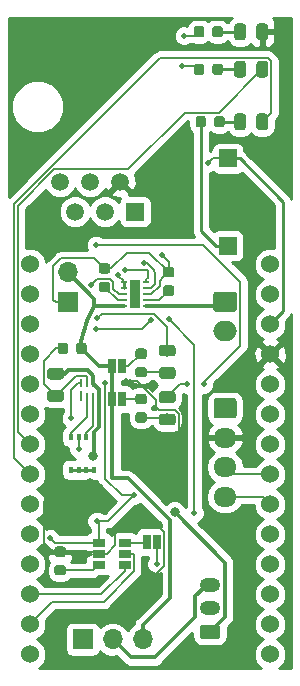
<source format=gbr>
G04 #@! TF.GenerationSoftware,KiCad,Pcbnew,(5.0.1)-rc2*
G04 #@! TF.CreationDate,2019-03-09T00:38:12-07:00*
G04 #@! TF.ProjectId,weatherStation,7765617468657253746174696F6E2E6B,rev?*
G04 #@! TF.SameCoordinates,Original*
G04 #@! TF.FileFunction,Copper,L1,Top,Signal*
G04 #@! TF.FilePolarity,Positive*
%FSLAX46Y46*%
G04 Gerber Fmt 4.6, Leading zero omitted, Abs format (unit mm)*
G04 Created by KiCad (PCBNEW (5.0.1)-rc2) date 3/9/2019 12:38:12 AM*
%MOMM*%
%LPD*%
G01*
G04 APERTURE LIST*
G04 #@! TA.AperFunction,Conductor*
%ADD10C,0.100000*%
G04 #@! TD*
G04 #@! TA.AperFunction,ComponentPad*
%ADD11C,1.700000*%
G04 #@! TD*
G04 #@! TA.AperFunction,ComponentPad*
%ADD12O,1.950000X1.700000*%
G04 #@! TD*
G04 #@! TA.AperFunction,SMDPad,CuDef*
%ADD13C,0.975000*%
G04 #@! TD*
G04 #@! TA.AperFunction,ComponentPad*
%ADD14C,1.520000*%
G04 #@! TD*
G04 #@! TA.AperFunction,ComponentPad*
%ADD15R,1.520000X1.520000*%
G04 #@! TD*
G04 #@! TA.AperFunction,ComponentPad*
%ADD16C,1.200000*%
G04 #@! TD*
G04 #@! TA.AperFunction,ComponentPad*
%ADD17O,1.750000X1.200000*%
G04 #@! TD*
G04 #@! TA.AperFunction,ComponentPad*
%ADD18O,2.000000X1.700000*%
G04 #@! TD*
G04 #@! TA.AperFunction,SMDPad,CuDef*
%ADD19R,0.635000X1.270000*%
G04 #@! TD*
G04 #@! TA.AperFunction,SMDPad,CuDef*
%ADD20C,0.875000*%
G04 #@! TD*
G04 #@! TA.AperFunction,ComponentPad*
%ADD21R,1.700000X1.700000*%
G04 #@! TD*
G04 #@! TA.AperFunction,ComponentPad*
%ADD22O,1.700000X1.700000*%
G04 #@! TD*
G04 #@! TA.AperFunction,SMDPad,CuDef*
%ADD23R,1.500000X1.500000*%
G04 #@! TD*
G04 #@! TA.AperFunction,SMDPad,CuDef*
%ADD24R,1.060000X0.650000*%
G04 #@! TD*
G04 #@! TA.AperFunction,SMDPad,CuDef*
%ADD25R,0.280000X0.750000*%
G04 #@! TD*
G04 #@! TA.AperFunction,SMDPad,CuDef*
%ADD26R,0.280000X0.850000*%
G04 #@! TD*
G04 #@! TA.AperFunction,SMDPad,CuDef*
%ADD27R,0.400000X0.600000*%
G04 #@! TD*
G04 #@! TA.AperFunction,SMDPad,CuDef*
%ADD28R,0.840000X2.400000*%
G04 #@! TD*
G04 #@! TA.AperFunction,SMDPad,CuDef*
%ADD29R,0.500000X0.250000*%
G04 #@! TD*
G04 #@! TA.AperFunction,ComponentPad*
%ADD30C,1.524000*%
G04 #@! TD*
G04 #@! TA.AperFunction,ViaPad*
%ADD31C,0.800000*%
G04 #@! TD*
G04 #@! TA.AperFunction,ViaPad*
%ADD32C,0.500000*%
G04 #@! TD*
G04 #@! TA.AperFunction,Conductor*
%ADD33C,0.160000*%
G04 #@! TD*
G04 #@! TA.AperFunction,Conductor*
%ADD34C,0.330000*%
G04 #@! TD*
G04 #@! TA.AperFunction,Conductor*
%ADD35C,0.250000*%
G04 #@! TD*
G04 #@! TA.AperFunction,Conductor*
%ADD36C,0.254000*%
G04 #@! TD*
G04 APERTURE END LIST*
D10*
G04 #@! TO.N,3V3*
G04 #@! TO.C,U3*
G36*
X112509504Y-84996204D02*
X112533773Y-84999804D01*
X112557571Y-85005765D01*
X112580671Y-85014030D01*
X112602849Y-85024520D01*
X112623893Y-85037133D01*
X112643598Y-85051747D01*
X112661777Y-85068223D01*
X112678253Y-85086402D01*
X112692867Y-85106107D01*
X112705480Y-85127151D01*
X112715970Y-85149329D01*
X112724235Y-85172429D01*
X112730196Y-85196227D01*
X112733796Y-85220496D01*
X112735000Y-85245000D01*
X112735000Y-86445000D01*
X112733796Y-86469504D01*
X112730196Y-86493773D01*
X112724235Y-86517571D01*
X112715970Y-86540671D01*
X112705480Y-86562849D01*
X112692867Y-86583893D01*
X112678253Y-86603598D01*
X112661777Y-86621777D01*
X112643598Y-86638253D01*
X112623893Y-86652867D01*
X112602849Y-86665480D01*
X112580671Y-86675970D01*
X112557571Y-86684235D01*
X112533773Y-86690196D01*
X112509504Y-86693796D01*
X112485000Y-86695000D01*
X111035000Y-86695000D01*
X111010496Y-86693796D01*
X110986227Y-86690196D01*
X110962429Y-86684235D01*
X110939329Y-86675970D01*
X110917151Y-86665480D01*
X110896107Y-86652867D01*
X110876402Y-86638253D01*
X110858223Y-86621777D01*
X110841747Y-86603598D01*
X110827133Y-86583893D01*
X110814520Y-86562849D01*
X110804030Y-86540671D01*
X110795765Y-86517571D01*
X110789804Y-86493773D01*
X110786204Y-86469504D01*
X110785000Y-86445000D01*
X110785000Y-85245000D01*
X110786204Y-85220496D01*
X110789804Y-85196227D01*
X110795765Y-85172429D01*
X110804030Y-85149329D01*
X110814520Y-85127151D01*
X110827133Y-85106107D01*
X110841747Y-85086402D01*
X110858223Y-85068223D01*
X110876402Y-85051747D01*
X110896107Y-85037133D01*
X110917151Y-85024520D01*
X110939329Y-85014030D01*
X110962429Y-85005765D01*
X110986227Y-84999804D01*
X111010496Y-84996204D01*
X111035000Y-84995000D01*
X112485000Y-84995000D01*
X112509504Y-84996204D01*
X112509504Y-84996204D01*
G37*
D11*
G04 #@! TD*
G04 #@! TO.P,U3,1*
G04 #@! TO.N,3V3*
X111760000Y-85845000D03*
D12*
G04 #@! TO.P,U3,2*
G04 #@! TO.N,GND*
X111760000Y-88345000D03*
G04 #@! TO.P,U3,3*
G04 #@! TO.N,I2C_SCL*
X111760000Y-90845000D03*
G04 #@! TO.P,U3,4*
G04 #@! TO.N,I2C_SDA*
X111760000Y-93345000D03*
G04 #@! TD*
D10*
G04 #@! TO.N,/Sheet5C1E5C91/Batt-*
G04 #@! TO.C,C2*
G36*
X97889142Y-82444674D02*
X97912803Y-82448184D01*
X97936007Y-82453996D01*
X97958529Y-82462054D01*
X97980153Y-82472282D01*
X98000670Y-82484579D01*
X98019883Y-82498829D01*
X98037607Y-82514893D01*
X98053671Y-82532617D01*
X98067921Y-82551830D01*
X98080218Y-82572347D01*
X98090446Y-82593971D01*
X98098504Y-82616493D01*
X98104316Y-82639697D01*
X98107826Y-82663358D01*
X98109000Y-82687250D01*
X98109000Y-83174750D01*
X98107826Y-83198642D01*
X98104316Y-83222303D01*
X98098504Y-83245507D01*
X98090446Y-83268029D01*
X98080218Y-83289653D01*
X98067921Y-83310170D01*
X98053671Y-83329383D01*
X98037607Y-83347107D01*
X98019883Y-83363171D01*
X98000670Y-83377421D01*
X97980153Y-83389718D01*
X97958529Y-83399946D01*
X97936007Y-83408004D01*
X97912803Y-83413816D01*
X97889142Y-83417326D01*
X97865250Y-83418500D01*
X96952750Y-83418500D01*
X96928858Y-83417326D01*
X96905197Y-83413816D01*
X96881993Y-83408004D01*
X96859471Y-83399946D01*
X96837847Y-83389718D01*
X96817330Y-83377421D01*
X96798117Y-83363171D01*
X96780393Y-83347107D01*
X96764329Y-83329383D01*
X96750079Y-83310170D01*
X96737782Y-83289653D01*
X96727554Y-83268029D01*
X96719496Y-83245507D01*
X96713684Y-83222303D01*
X96710174Y-83198642D01*
X96709000Y-83174750D01*
X96709000Y-82687250D01*
X96710174Y-82663358D01*
X96713684Y-82639697D01*
X96719496Y-82616493D01*
X96727554Y-82593971D01*
X96737782Y-82572347D01*
X96750079Y-82551830D01*
X96764329Y-82532617D01*
X96780393Y-82514893D01*
X96798117Y-82498829D01*
X96817330Y-82484579D01*
X96837847Y-82472282D01*
X96859471Y-82462054D01*
X96881993Y-82453996D01*
X96905197Y-82448184D01*
X96928858Y-82444674D01*
X96952750Y-82443500D01*
X97865250Y-82443500D01*
X97889142Y-82444674D01*
X97889142Y-82444674D01*
G37*
D13*
G04 #@! TD*
G04 #@! TO.P,C2,2*
G04 #@! TO.N,/Sheet5C1E5C91/Batt-*
X97409000Y-82931000D03*
D10*
G04 #@! TO.N,Net-(C2-Pad1)*
G04 #@! TO.C,C2*
G36*
X97889142Y-84319674D02*
X97912803Y-84323184D01*
X97936007Y-84328996D01*
X97958529Y-84337054D01*
X97980153Y-84347282D01*
X98000670Y-84359579D01*
X98019883Y-84373829D01*
X98037607Y-84389893D01*
X98053671Y-84407617D01*
X98067921Y-84426830D01*
X98080218Y-84447347D01*
X98090446Y-84468971D01*
X98098504Y-84491493D01*
X98104316Y-84514697D01*
X98107826Y-84538358D01*
X98109000Y-84562250D01*
X98109000Y-85049750D01*
X98107826Y-85073642D01*
X98104316Y-85097303D01*
X98098504Y-85120507D01*
X98090446Y-85143029D01*
X98080218Y-85164653D01*
X98067921Y-85185170D01*
X98053671Y-85204383D01*
X98037607Y-85222107D01*
X98019883Y-85238171D01*
X98000670Y-85252421D01*
X97980153Y-85264718D01*
X97958529Y-85274946D01*
X97936007Y-85283004D01*
X97912803Y-85288816D01*
X97889142Y-85292326D01*
X97865250Y-85293500D01*
X96952750Y-85293500D01*
X96928858Y-85292326D01*
X96905197Y-85288816D01*
X96881993Y-85283004D01*
X96859471Y-85274946D01*
X96837847Y-85264718D01*
X96817330Y-85252421D01*
X96798117Y-85238171D01*
X96780393Y-85222107D01*
X96764329Y-85204383D01*
X96750079Y-85185170D01*
X96737782Y-85164653D01*
X96727554Y-85143029D01*
X96719496Y-85120507D01*
X96713684Y-85097303D01*
X96710174Y-85073642D01*
X96709000Y-85049750D01*
X96709000Y-84562250D01*
X96710174Y-84538358D01*
X96713684Y-84514697D01*
X96719496Y-84491493D01*
X96727554Y-84468971D01*
X96737782Y-84447347D01*
X96750079Y-84426830D01*
X96764329Y-84407617D01*
X96780393Y-84389893D01*
X96798117Y-84373829D01*
X96817330Y-84359579D01*
X96837847Y-84347282D01*
X96859471Y-84337054D01*
X96881993Y-84328996D01*
X96905197Y-84323184D01*
X96928858Y-84319674D01*
X96952750Y-84318500D01*
X97865250Y-84318500D01*
X97889142Y-84319674D01*
X97889142Y-84319674D01*
G37*
D13*
G04 #@! TD*
G04 #@! TO.P,C2,1*
G04 #@! TO.N,Net-(C2-Pad1)*
X97409000Y-84806000D03*
D10*
G04 #@! TO.N,Net-(D4-Pad1)*
G04 #@! TO.C,D4*
G36*
X107348141Y-80491174D02*
X107371802Y-80494684D01*
X107395006Y-80500496D01*
X107417528Y-80508554D01*
X107439152Y-80518782D01*
X107459669Y-80531079D01*
X107478882Y-80545329D01*
X107496606Y-80561393D01*
X107512670Y-80579117D01*
X107526920Y-80598330D01*
X107539217Y-80618847D01*
X107549445Y-80640471D01*
X107557503Y-80662993D01*
X107563315Y-80686197D01*
X107566825Y-80709858D01*
X107567999Y-80733750D01*
X107567999Y-81221250D01*
X107566825Y-81245142D01*
X107563315Y-81268803D01*
X107557503Y-81292007D01*
X107549445Y-81314529D01*
X107539217Y-81336153D01*
X107526920Y-81356670D01*
X107512670Y-81375883D01*
X107496606Y-81393607D01*
X107478882Y-81409671D01*
X107459669Y-81423921D01*
X107439152Y-81436218D01*
X107417528Y-81446446D01*
X107395006Y-81454504D01*
X107371802Y-81460316D01*
X107348141Y-81463826D01*
X107324249Y-81465000D01*
X106411749Y-81465000D01*
X106387857Y-81463826D01*
X106364196Y-81460316D01*
X106340992Y-81454504D01*
X106318470Y-81446446D01*
X106296846Y-81436218D01*
X106276329Y-81423921D01*
X106257116Y-81409671D01*
X106239392Y-81393607D01*
X106223328Y-81375883D01*
X106209078Y-81356670D01*
X106196781Y-81336153D01*
X106186553Y-81314529D01*
X106178495Y-81292007D01*
X106172683Y-81268803D01*
X106169173Y-81245142D01*
X106167999Y-81221250D01*
X106167999Y-80733750D01*
X106169173Y-80709858D01*
X106172683Y-80686197D01*
X106178495Y-80662993D01*
X106186553Y-80640471D01*
X106196781Y-80618847D01*
X106209078Y-80598330D01*
X106223328Y-80579117D01*
X106239392Y-80561393D01*
X106257116Y-80545329D01*
X106276329Y-80531079D01*
X106296846Y-80518782D01*
X106318470Y-80508554D01*
X106340992Y-80500496D01*
X106364196Y-80494684D01*
X106387857Y-80491174D01*
X106411749Y-80490000D01*
X107324249Y-80490000D01*
X107348141Y-80491174D01*
X107348141Y-80491174D01*
G37*
D13*
G04 #@! TD*
G04 #@! TO.P,D4,1*
G04 #@! TO.N,Net-(D4-Pad1)*
X106867999Y-80977500D03*
D10*
G04 #@! TO.N,Net-(D4-Pad2)*
G04 #@! TO.C,D4*
G36*
X107348141Y-82366174D02*
X107371802Y-82369684D01*
X107395006Y-82375496D01*
X107417528Y-82383554D01*
X107439152Y-82393782D01*
X107459669Y-82406079D01*
X107478882Y-82420329D01*
X107496606Y-82436393D01*
X107512670Y-82454117D01*
X107526920Y-82473330D01*
X107539217Y-82493847D01*
X107549445Y-82515471D01*
X107557503Y-82537993D01*
X107563315Y-82561197D01*
X107566825Y-82584858D01*
X107567999Y-82608750D01*
X107567999Y-83096250D01*
X107566825Y-83120142D01*
X107563315Y-83143803D01*
X107557503Y-83167007D01*
X107549445Y-83189529D01*
X107539217Y-83211153D01*
X107526920Y-83231670D01*
X107512670Y-83250883D01*
X107496606Y-83268607D01*
X107478882Y-83284671D01*
X107459669Y-83298921D01*
X107439152Y-83311218D01*
X107417528Y-83321446D01*
X107395006Y-83329504D01*
X107371802Y-83335316D01*
X107348141Y-83338826D01*
X107324249Y-83340000D01*
X106411749Y-83340000D01*
X106387857Y-83338826D01*
X106364196Y-83335316D01*
X106340992Y-83329504D01*
X106318470Y-83321446D01*
X106296846Y-83311218D01*
X106276329Y-83298921D01*
X106257116Y-83284671D01*
X106239392Y-83268607D01*
X106223328Y-83250883D01*
X106209078Y-83231670D01*
X106196781Y-83211153D01*
X106186553Y-83189529D01*
X106178495Y-83167007D01*
X106172683Y-83143803D01*
X106169173Y-83120142D01*
X106167999Y-83096250D01*
X106167999Y-82608750D01*
X106169173Y-82584858D01*
X106172683Y-82561197D01*
X106178495Y-82537993D01*
X106186553Y-82515471D01*
X106196781Y-82493847D01*
X106209078Y-82473330D01*
X106223328Y-82454117D01*
X106239392Y-82436393D01*
X106257116Y-82420329D01*
X106276329Y-82406079D01*
X106296846Y-82393782D01*
X106318470Y-82383554D01*
X106340992Y-82375496D01*
X106364196Y-82369684D01*
X106387857Y-82366174D01*
X106411749Y-82365000D01*
X107324249Y-82365000D01*
X107348141Y-82366174D01*
X107348141Y-82366174D01*
G37*
D13*
G04 #@! TD*
G04 #@! TO.P,D4,2*
G04 #@! TO.N,Net-(D4-Pad2)*
X106867999Y-82852500D03*
D10*
G04 #@! TO.N,Net-(D5-Pad1)*
G04 #@! TO.C,D5*
G36*
X107348141Y-84428174D02*
X107371802Y-84431684D01*
X107395006Y-84437496D01*
X107417528Y-84445554D01*
X107439152Y-84455782D01*
X107459669Y-84468079D01*
X107478882Y-84482329D01*
X107496606Y-84498393D01*
X107512670Y-84516117D01*
X107526920Y-84535330D01*
X107539217Y-84555847D01*
X107549445Y-84577471D01*
X107557503Y-84599993D01*
X107563315Y-84623197D01*
X107566825Y-84646858D01*
X107567999Y-84670750D01*
X107567999Y-85158250D01*
X107566825Y-85182142D01*
X107563315Y-85205803D01*
X107557503Y-85229007D01*
X107549445Y-85251529D01*
X107539217Y-85273153D01*
X107526920Y-85293670D01*
X107512670Y-85312883D01*
X107496606Y-85330607D01*
X107478882Y-85346671D01*
X107459669Y-85360921D01*
X107439152Y-85373218D01*
X107417528Y-85383446D01*
X107395006Y-85391504D01*
X107371802Y-85397316D01*
X107348141Y-85400826D01*
X107324249Y-85402000D01*
X106411749Y-85402000D01*
X106387857Y-85400826D01*
X106364196Y-85397316D01*
X106340992Y-85391504D01*
X106318470Y-85383446D01*
X106296846Y-85373218D01*
X106276329Y-85360921D01*
X106257116Y-85346671D01*
X106239392Y-85330607D01*
X106223328Y-85312883D01*
X106209078Y-85293670D01*
X106196781Y-85273153D01*
X106186553Y-85251529D01*
X106178495Y-85229007D01*
X106172683Y-85205803D01*
X106169173Y-85182142D01*
X106167999Y-85158250D01*
X106167999Y-84670750D01*
X106169173Y-84646858D01*
X106172683Y-84623197D01*
X106178495Y-84599993D01*
X106186553Y-84577471D01*
X106196781Y-84555847D01*
X106209078Y-84535330D01*
X106223328Y-84516117D01*
X106239392Y-84498393D01*
X106257116Y-84482329D01*
X106276329Y-84468079D01*
X106296846Y-84455782D01*
X106318470Y-84445554D01*
X106340992Y-84437496D01*
X106364196Y-84431684D01*
X106387857Y-84428174D01*
X106411749Y-84427000D01*
X107324249Y-84427000D01*
X107348141Y-84428174D01*
X107348141Y-84428174D01*
G37*
D13*
G04 #@! TD*
G04 #@! TO.P,D5,1*
G04 #@! TO.N,Net-(D5-Pad1)*
X106867999Y-84914500D03*
D10*
G04 #@! TO.N,Net-(D5-Pad2)*
G04 #@! TO.C,D5*
G36*
X107348141Y-86303174D02*
X107371802Y-86306684D01*
X107395006Y-86312496D01*
X107417528Y-86320554D01*
X107439152Y-86330782D01*
X107459669Y-86343079D01*
X107478882Y-86357329D01*
X107496606Y-86373393D01*
X107512670Y-86391117D01*
X107526920Y-86410330D01*
X107539217Y-86430847D01*
X107549445Y-86452471D01*
X107557503Y-86474993D01*
X107563315Y-86498197D01*
X107566825Y-86521858D01*
X107567999Y-86545750D01*
X107567999Y-87033250D01*
X107566825Y-87057142D01*
X107563315Y-87080803D01*
X107557503Y-87104007D01*
X107549445Y-87126529D01*
X107539217Y-87148153D01*
X107526920Y-87168670D01*
X107512670Y-87187883D01*
X107496606Y-87205607D01*
X107478882Y-87221671D01*
X107459669Y-87235921D01*
X107439152Y-87248218D01*
X107417528Y-87258446D01*
X107395006Y-87266504D01*
X107371802Y-87272316D01*
X107348141Y-87275826D01*
X107324249Y-87277000D01*
X106411749Y-87277000D01*
X106387857Y-87275826D01*
X106364196Y-87272316D01*
X106340992Y-87266504D01*
X106318470Y-87258446D01*
X106296846Y-87248218D01*
X106276329Y-87235921D01*
X106257116Y-87221671D01*
X106239392Y-87205607D01*
X106223328Y-87187883D01*
X106209078Y-87168670D01*
X106196781Y-87148153D01*
X106186553Y-87126529D01*
X106178495Y-87104007D01*
X106172683Y-87080803D01*
X106169173Y-87057142D01*
X106167999Y-87033250D01*
X106167999Y-86545750D01*
X106169173Y-86521858D01*
X106172683Y-86498197D01*
X106178495Y-86474993D01*
X106186553Y-86452471D01*
X106196781Y-86430847D01*
X106209078Y-86410330D01*
X106223328Y-86391117D01*
X106239392Y-86373393D01*
X106257116Y-86357329D01*
X106276329Y-86343079D01*
X106296846Y-86330782D01*
X106318470Y-86320554D01*
X106340992Y-86312496D01*
X106364196Y-86306684D01*
X106387857Y-86303174D01*
X106411749Y-86302000D01*
X107324249Y-86302000D01*
X107348141Y-86303174D01*
X107348141Y-86303174D01*
G37*
D13*
G04 #@! TD*
G04 #@! TO.P,D5,2*
G04 #@! TO.N,Net-(D5-Pad2)*
X106867999Y-86789500D03*
D10*
G04 #@! TO.N,Net-(D8-Pad2)*
G04 #@! TO.C,D8*
G36*
X113297642Y-53276174D02*
X113321303Y-53279684D01*
X113344507Y-53285496D01*
X113367029Y-53293554D01*
X113388653Y-53303782D01*
X113409170Y-53316079D01*
X113428383Y-53330329D01*
X113446107Y-53346393D01*
X113462171Y-53364117D01*
X113476421Y-53383330D01*
X113488718Y-53403847D01*
X113498946Y-53425471D01*
X113507004Y-53447993D01*
X113512816Y-53471197D01*
X113516326Y-53494858D01*
X113517500Y-53518750D01*
X113517500Y-54431250D01*
X113516326Y-54455142D01*
X113512816Y-54478803D01*
X113507004Y-54502007D01*
X113498946Y-54524529D01*
X113488718Y-54546153D01*
X113476421Y-54566670D01*
X113462171Y-54585883D01*
X113446107Y-54603607D01*
X113428383Y-54619671D01*
X113409170Y-54633921D01*
X113388653Y-54646218D01*
X113367029Y-54656446D01*
X113344507Y-54664504D01*
X113321303Y-54670316D01*
X113297642Y-54673826D01*
X113273750Y-54675000D01*
X112786250Y-54675000D01*
X112762358Y-54673826D01*
X112738697Y-54670316D01*
X112715493Y-54664504D01*
X112692971Y-54656446D01*
X112671347Y-54646218D01*
X112650830Y-54633921D01*
X112631617Y-54619671D01*
X112613893Y-54603607D01*
X112597829Y-54585883D01*
X112583579Y-54566670D01*
X112571282Y-54546153D01*
X112561054Y-54524529D01*
X112552996Y-54502007D01*
X112547184Y-54478803D01*
X112543674Y-54455142D01*
X112542500Y-54431250D01*
X112542500Y-53518750D01*
X112543674Y-53494858D01*
X112547184Y-53471197D01*
X112552996Y-53447993D01*
X112561054Y-53425471D01*
X112571282Y-53403847D01*
X112583579Y-53383330D01*
X112597829Y-53364117D01*
X112613893Y-53346393D01*
X112631617Y-53330329D01*
X112650830Y-53316079D01*
X112671347Y-53303782D01*
X112692971Y-53293554D01*
X112715493Y-53285496D01*
X112738697Y-53279684D01*
X112762358Y-53276174D01*
X112786250Y-53275000D01*
X113273750Y-53275000D01*
X113297642Y-53276174D01*
X113297642Y-53276174D01*
G37*
D13*
G04 #@! TD*
G04 #@! TO.P,D8,2*
G04 #@! TO.N,Net-(D8-Pad2)*
X113030000Y-53975000D03*
D10*
G04 #@! TO.N,GND*
G04 #@! TO.C,D8*
G36*
X115172642Y-53276174D02*
X115196303Y-53279684D01*
X115219507Y-53285496D01*
X115242029Y-53293554D01*
X115263653Y-53303782D01*
X115284170Y-53316079D01*
X115303383Y-53330329D01*
X115321107Y-53346393D01*
X115337171Y-53364117D01*
X115351421Y-53383330D01*
X115363718Y-53403847D01*
X115373946Y-53425471D01*
X115382004Y-53447993D01*
X115387816Y-53471197D01*
X115391326Y-53494858D01*
X115392500Y-53518750D01*
X115392500Y-54431250D01*
X115391326Y-54455142D01*
X115387816Y-54478803D01*
X115382004Y-54502007D01*
X115373946Y-54524529D01*
X115363718Y-54546153D01*
X115351421Y-54566670D01*
X115337171Y-54585883D01*
X115321107Y-54603607D01*
X115303383Y-54619671D01*
X115284170Y-54633921D01*
X115263653Y-54646218D01*
X115242029Y-54656446D01*
X115219507Y-54664504D01*
X115196303Y-54670316D01*
X115172642Y-54673826D01*
X115148750Y-54675000D01*
X114661250Y-54675000D01*
X114637358Y-54673826D01*
X114613697Y-54670316D01*
X114590493Y-54664504D01*
X114567971Y-54656446D01*
X114546347Y-54646218D01*
X114525830Y-54633921D01*
X114506617Y-54619671D01*
X114488893Y-54603607D01*
X114472829Y-54585883D01*
X114458579Y-54566670D01*
X114446282Y-54546153D01*
X114436054Y-54524529D01*
X114427996Y-54502007D01*
X114422184Y-54478803D01*
X114418674Y-54455142D01*
X114417500Y-54431250D01*
X114417500Y-53518750D01*
X114418674Y-53494858D01*
X114422184Y-53471197D01*
X114427996Y-53447993D01*
X114436054Y-53425471D01*
X114446282Y-53403847D01*
X114458579Y-53383330D01*
X114472829Y-53364117D01*
X114488893Y-53346393D01*
X114506617Y-53330329D01*
X114525830Y-53316079D01*
X114546347Y-53303782D01*
X114567971Y-53293554D01*
X114590493Y-53285496D01*
X114613697Y-53279684D01*
X114637358Y-53276174D01*
X114661250Y-53275000D01*
X115148750Y-53275000D01*
X115172642Y-53276174D01*
X115172642Y-53276174D01*
G37*
D13*
G04 #@! TD*
G04 #@! TO.P,D8,1*
G04 #@! TO.N,GND*
X114905000Y-53975000D03*
D10*
G04 #@! TO.N,Net-(D9-Pad2)*
G04 #@! TO.C,D9*
G36*
X113297642Y-56451174D02*
X113321303Y-56454684D01*
X113344507Y-56460496D01*
X113367029Y-56468554D01*
X113388653Y-56478782D01*
X113409170Y-56491079D01*
X113428383Y-56505329D01*
X113446107Y-56521393D01*
X113462171Y-56539117D01*
X113476421Y-56558330D01*
X113488718Y-56578847D01*
X113498946Y-56600471D01*
X113507004Y-56622993D01*
X113512816Y-56646197D01*
X113516326Y-56669858D01*
X113517500Y-56693750D01*
X113517500Y-57606250D01*
X113516326Y-57630142D01*
X113512816Y-57653803D01*
X113507004Y-57677007D01*
X113498946Y-57699529D01*
X113488718Y-57721153D01*
X113476421Y-57741670D01*
X113462171Y-57760883D01*
X113446107Y-57778607D01*
X113428383Y-57794671D01*
X113409170Y-57808921D01*
X113388653Y-57821218D01*
X113367029Y-57831446D01*
X113344507Y-57839504D01*
X113321303Y-57845316D01*
X113297642Y-57848826D01*
X113273750Y-57850000D01*
X112786250Y-57850000D01*
X112762358Y-57848826D01*
X112738697Y-57845316D01*
X112715493Y-57839504D01*
X112692971Y-57831446D01*
X112671347Y-57821218D01*
X112650830Y-57808921D01*
X112631617Y-57794671D01*
X112613893Y-57778607D01*
X112597829Y-57760883D01*
X112583579Y-57741670D01*
X112571282Y-57721153D01*
X112561054Y-57699529D01*
X112552996Y-57677007D01*
X112547184Y-57653803D01*
X112543674Y-57630142D01*
X112542500Y-57606250D01*
X112542500Y-56693750D01*
X112543674Y-56669858D01*
X112547184Y-56646197D01*
X112552996Y-56622993D01*
X112561054Y-56600471D01*
X112571282Y-56578847D01*
X112583579Y-56558330D01*
X112597829Y-56539117D01*
X112613893Y-56521393D01*
X112631617Y-56505329D01*
X112650830Y-56491079D01*
X112671347Y-56478782D01*
X112692971Y-56468554D01*
X112715493Y-56460496D01*
X112738697Y-56454684D01*
X112762358Y-56451174D01*
X112786250Y-56450000D01*
X113273750Y-56450000D01*
X113297642Y-56451174D01*
X113297642Y-56451174D01*
G37*
D13*
G04 #@! TD*
G04 #@! TO.P,D9,2*
G04 #@! TO.N,Net-(D9-Pad2)*
X113030000Y-57150000D03*
D10*
G04 #@! TO.N,/GPLED1*
G04 #@! TO.C,D9*
G36*
X115172642Y-56451174D02*
X115196303Y-56454684D01*
X115219507Y-56460496D01*
X115242029Y-56468554D01*
X115263653Y-56478782D01*
X115284170Y-56491079D01*
X115303383Y-56505329D01*
X115321107Y-56521393D01*
X115337171Y-56539117D01*
X115351421Y-56558330D01*
X115363718Y-56578847D01*
X115373946Y-56600471D01*
X115382004Y-56622993D01*
X115387816Y-56646197D01*
X115391326Y-56669858D01*
X115392500Y-56693750D01*
X115392500Y-57606250D01*
X115391326Y-57630142D01*
X115387816Y-57653803D01*
X115382004Y-57677007D01*
X115373946Y-57699529D01*
X115363718Y-57721153D01*
X115351421Y-57741670D01*
X115337171Y-57760883D01*
X115321107Y-57778607D01*
X115303383Y-57794671D01*
X115284170Y-57808921D01*
X115263653Y-57821218D01*
X115242029Y-57831446D01*
X115219507Y-57839504D01*
X115196303Y-57845316D01*
X115172642Y-57848826D01*
X115148750Y-57850000D01*
X114661250Y-57850000D01*
X114637358Y-57848826D01*
X114613697Y-57845316D01*
X114590493Y-57839504D01*
X114567971Y-57831446D01*
X114546347Y-57821218D01*
X114525830Y-57808921D01*
X114506617Y-57794671D01*
X114488893Y-57778607D01*
X114472829Y-57760883D01*
X114458579Y-57741670D01*
X114446282Y-57721153D01*
X114436054Y-57699529D01*
X114427996Y-57677007D01*
X114422184Y-57653803D01*
X114418674Y-57630142D01*
X114417500Y-57606250D01*
X114417500Y-56693750D01*
X114418674Y-56669858D01*
X114422184Y-56646197D01*
X114427996Y-56622993D01*
X114436054Y-56600471D01*
X114446282Y-56578847D01*
X114458579Y-56558330D01*
X114472829Y-56539117D01*
X114488893Y-56521393D01*
X114506617Y-56505329D01*
X114525830Y-56491079D01*
X114546347Y-56478782D01*
X114567971Y-56468554D01*
X114590493Y-56460496D01*
X114613697Y-56454684D01*
X114637358Y-56451174D01*
X114661250Y-56450000D01*
X115148750Y-56450000D01*
X115172642Y-56451174D01*
X115172642Y-56451174D01*
G37*
D13*
G04 #@! TD*
G04 #@! TO.P,D9,1*
G04 #@! TO.N,/GPLED1*
X114905000Y-57150000D03*
D10*
G04 #@! TO.N,/GPLED2*
G04 #@! TO.C,D10*
G36*
X115172642Y-60896174D02*
X115196303Y-60899684D01*
X115219507Y-60905496D01*
X115242029Y-60913554D01*
X115263653Y-60923782D01*
X115284170Y-60936079D01*
X115303383Y-60950329D01*
X115321107Y-60966393D01*
X115337171Y-60984117D01*
X115351421Y-61003330D01*
X115363718Y-61023847D01*
X115373946Y-61045471D01*
X115382004Y-61067993D01*
X115387816Y-61091197D01*
X115391326Y-61114858D01*
X115392500Y-61138750D01*
X115392500Y-62051250D01*
X115391326Y-62075142D01*
X115387816Y-62098803D01*
X115382004Y-62122007D01*
X115373946Y-62144529D01*
X115363718Y-62166153D01*
X115351421Y-62186670D01*
X115337171Y-62205883D01*
X115321107Y-62223607D01*
X115303383Y-62239671D01*
X115284170Y-62253921D01*
X115263653Y-62266218D01*
X115242029Y-62276446D01*
X115219507Y-62284504D01*
X115196303Y-62290316D01*
X115172642Y-62293826D01*
X115148750Y-62295000D01*
X114661250Y-62295000D01*
X114637358Y-62293826D01*
X114613697Y-62290316D01*
X114590493Y-62284504D01*
X114567971Y-62276446D01*
X114546347Y-62266218D01*
X114525830Y-62253921D01*
X114506617Y-62239671D01*
X114488893Y-62223607D01*
X114472829Y-62205883D01*
X114458579Y-62186670D01*
X114446282Y-62166153D01*
X114436054Y-62144529D01*
X114427996Y-62122007D01*
X114422184Y-62098803D01*
X114418674Y-62075142D01*
X114417500Y-62051250D01*
X114417500Y-61138750D01*
X114418674Y-61114858D01*
X114422184Y-61091197D01*
X114427996Y-61067993D01*
X114436054Y-61045471D01*
X114446282Y-61023847D01*
X114458579Y-61003330D01*
X114472829Y-60984117D01*
X114488893Y-60966393D01*
X114506617Y-60950329D01*
X114525830Y-60936079D01*
X114546347Y-60923782D01*
X114567971Y-60913554D01*
X114590493Y-60905496D01*
X114613697Y-60899684D01*
X114637358Y-60896174D01*
X114661250Y-60895000D01*
X115148750Y-60895000D01*
X115172642Y-60896174D01*
X115172642Y-60896174D01*
G37*
D13*
G04 #@! TD*
G04 #@! TO.P,D10,1*
G04 #@! TO.N,/GPLED2*
X114905000Y-61595000D03*
D10*
G04 #@! TO.N,Net-(D10-Pad2)*
G04 #@! TO.C,D10*
G36*
X113297642Y-60896174D02*
X113321303Y-60899684D01*
X113344507Y-60905496D01*
X113367029Y-60913554D01*
X113388653Y-60923782D01*
X113409170Y-60936079D01*
X113428383Y-60950329D01*
X113446107Y-60966393D01*
X113462171Y-60984117D01*
X113476421Y-61003330D01*
X113488718Y-61023847D01*
X113498946Y-61045471D01*
X113507004Y-61067993D01*
X113512816Y-61091197D01*
X113516326Y-61114858D01*
X113517500Y-61138750D01*
X113517500Y-62051250D01*
X113516326Y-62075142D01*
X113512816Y-62098803D01*
X113507004Y-62122007D01*
X113498946Y-62144529D01*
X113488718Y-62166153D01*
X113476421Y-62186670D01*
X113462171Y-62205883D01*
X113446107Y-62223607D01*
X113428383Y-62239671D01*
X113409170Y-62253921D01*
X113388653Y-62266218D01*
X113367029Y-62276446D01*
X113344507Y-62284504D01*
X113321303Y-62290316D01*
X113297642Y-62293826D01*
X113273750Y-62295000D01*
X112786250Y-62295000D01*
X112762358Y-62293826D01*
X112738697Y-62290316D01*
X112715493Y-62284504D01*
X112692971Y-62276446D01*
X112671347Y-62266218D01*
X112650830Y-62253921D01*
X112631617Y-62239671D01*
X112613893Y-62223607D01*
X112597829Y-62205883D01*
X112583579Y-62186670D01*
X112571282Y-62166153D01*
X112561054Y-62144529D01*
X112552996Y-62122007D01*
X112547184Y-62098803D01*
X112543674Y-62075142D01*
X112542500Y-62051250D01*
X112542500Y-61138750D01*
X112543674Y-61114858D01*
X112547184Y-61091197D01*
X112552996Y-61067993D01*
X112561054Y-61045471D01*
X112571282Y-61023847D01*
X112583579Y-61003330D01*
X112597829Y-60984117D01*
X112613893Y-60966393D01*
X112631617Y-60950329D01*
X112650830Y-60936079D01*
X112671347Y-60923782D01*
X112692971Y-60913554D01*
X112715493Y-60905496D01*
X112738697Y-60899684D01*
X112762358Y-60896174D01*
X112786250Y-60895000D01*
X113273750Y-60895000D01*
X113297642Y-60896174D01*
X113297642Y-60896174D01*
G37*
D13*
G04 #@! TD*
G04 #@! TO.P,D10,2*
G04 #@! TO.N,Net-(D10-Pad2)*
X113030000Y-61595000D03*
D14*
G04 #@! TO.P,J1,6*
G04 #@! TO.N,Net-(J1-Pad6)*
X97790000Y-66675000D03*
G04 #@! TO.P,J1,5*
G04 #@! TO.N,/ANE_Tx*
X99060000Y-69215000D03*
G04 #@! TO.P,J1,4*
G04 #@! TO.N,/ANE_Vcc*
X100330000Y-66675000D03*
G04 #@! TO.P,J1,3*
G04 #@! TO.N,/ANE_Pulse*
X101600000Y-69215000D03*
G04 #@! TO.P,J1,2*
G04 #@! TO.N,GND*
X102870000Y-66675000D03*
D15*
G04 #@! TO.P,J1,1*
G04 #@! TO.N,Net-(J1-Pad1)*
X104140000Y-69215000D03*
G04 #@! TD*
D10*
G04 #@! TO.N,/Sheet5C1E5C91/Batt-*
G04 #@! TO.C,J2*
G36*
X111139505Y-104176204D02*
X111163773Y-104179804D01*
X111187572Y-104185765D01*
X111210671Y-104194030D01*
X111232850Y-104204520D01*
X111253893Y-104217132D01*
X111273599Y-104231747D01*
X111291777Y-104248223D01*
X111308253Y-104266401D01*
X111322868Y-104286107D01*
X111335480Y-104307150D01*
X111345970Y-104329329D01*
X111354235Y-104352428D01*
X111360196Y-104376227D01*
X111363796Y-104400495D01*
X111365000Y-104424999D01*
X111365000Y-105125001D01*
X111363796Y-105149505D01*
X111360196Y-105173773D01*
X111354235Y-105197572D01*
X111345970Y-105220671D01*
X111335480Y-105242850D01*
X111322868Y-105263893D01*
X111308253Y-105283599D01*
X111291777Y-105301777D01*
X111273599Y-105318253D01*
X111253893Y-105332868D01*
X111232850Y-105345480D01*
X111210671Y-105355970D01*
X111187572Y-105364235D01*
X111163773Y-105370196D01*
X111139505Y-105373796D01*
X111115001Y-105375000D01*
X109864999Y-105375000D01*
X109840495Y-105373796D01*
X109816227Y-105370196D01*
X109792428Y-105364235D01*
X109769329Y-105355970D01*
X109747150Y-105345480D01*
X109726107Y-105332868D01*
X109706401Y-105318253D01*
X109688223Y-105301777D01*
X109671747Y-105283599D01*
X109657132Y-105263893D01*
X109644520Y-105242850D01*
X109634030Y-105220671D01*
X109625765Y-105197572D01*
X109619804Y-105173773D01*
X109616204Y-105149505D01*
X109615000Y-105125001D01*
X109615000Y-104424999D01*
X109616204Y-104400495D01*
X109619804Y-104376227D01*
X109625765Y-104352428D01*
X109634030Y-104329329D01*
X109644520Y-104307150D01*
X109657132Y-104286107D01*
X109671747Y-104266401D01*
X109688223Y-104248223D01*
X109706401Y-104231747D01*
X109726107Y-104217132D01*
X109747150Y-104204520D01*
X109769329Y-104194030D01*
X109792428Y-104185765D01*
X109816227Y-104179804D01*
X109840495Y-104176204D01*
X109864999Y-104175000D01*
X111115001Y-104175000D01*
X111139505Y-104176204D01*
X111139505Y-104176204D01*
G37*
D16*
G04 #@! TD*
G04 #@! TO.P,J2,1*
G04 #@! TO.N,/Sheet5C1E5C91/Batt-*
X110490000Y-104775000D03*
D17*
G04 #@! TO.P,J2,2*
G04 #@! TO.N,/Sheet5C1E5C91/NTC*
X110490000Y-102775000D03*
G04 #@! TO.P,J2,3*
G04 #@! TO.N,/Sheet5C1E5C91/Batt_int*
X110490000Y-100775000D03*
G04 #@! TD*
D10*
G04 #@! TO.N,/Sheet5C1E5C91/Solar+*
G04 #@! TO.C,J5*
G36*
X112534504Y-75986204D02*
X112558773Y-75989804D01*
X112582571Y-75995765D01*
X112605671Y-76004030D01*
X112627849Y-76014520D01*
X112648893Y-76027133D01*
X112668598Y-76041747D01*
X112686777Y-76058223D01*
X112703253Y-76076402D01*
X112717867Y-76096107D01*
X112730480Y-76117151D01*
X112740970Y-76139329D01*
X112749235Y-76162429D01*
X112755196Y-76186227D01*
X112758796Y-76210496D01*
X112760000Y-76235000D01*
X112760000Y-77435000D01*
X112758796Y-77459504D01*
X112755196Y-77483773D01*
X112749235Y-77507571D01*
X112740970Y-77530671D01*
X112730480Y-77552849D01*
X112717867Y-77573893D01*
X112703253Y-77593598D01*
X112686777Y-77611777D01*
X112668598Y-77628253D01*
X112648893Y-77642867D01*
X112627849Y-77655480D01*
X112605671Y-77665970D01*
X112582571Y-77674235D01*
X112558773Y-77680196D01*
X112534504Y-77683796D01*
X112510000Y-77685000D01*
X111010000Y-77685000D01*
X110985496Y-77683796D01*
X110961227Y-77680196D01*
X110937429Y-77674235D01*
X110914329Y-77665970D01*
X110892151Y-77655480D01*
X110871107Y-77642867D01*
X110851402Y-77628253D01*
X110833223Y-77611777D01*
X110816747Y-77593598D01*
X110802133Y-77573893D01*
X110789520Y-77552849D01*
X110779030Y-77530671D01*
X110770765Y-77507571D01*
X110764804Y-77483773D01*
X110761204Y-77459504D01*
X110760000Y-77435000D01*
X110760000Y-76235000D01*
X110761204Y-76210496D01*
X110764804Y-76186227D01*
X110770765Y-76162429D01*
X110779030Y-76139329D01*
X110789520Y-76117151D01*
X110802133Y-76096107D01*
X110816747Y-76076402D01*
X110833223Y-76058223D01*
X110851402Y-76041747D01*
X110871107Y-76027133D01*
X110892151Y-76014520D01*
X110914329Y-76004030D01*
X110937429Y-75995765D01*
X110961227Y-75989804D01*
X110985496Y-75986204D01*
X111010000Y-75985000D01*
X112510000Y-75985000D01*
X112534504Y-75986204D01*
X112534504Y-75986204D01*
G37*
D11*
G04 #@! TD*
G04 #@! TO.P,J5,1*
G04 #@! TO.N,/Sheet5C1E5C91/Solar+*
X111760000Y-76835000D03*
D18*
G04 #@! TO.P,J5,2*
G04 #@! TO.N,/Sheet5C1E5C91/BattMon-*
X111760000Y-79335000D03*
G04 #@! TD*
D19*
G04 #@! TO.P,JP1,1*
G04 #@! TO.N,Net-(JP1-Pad1)*
X105156000Y-97155000D03*
G04 #@! TO.P,JP1,2*
G04 #@! TO.N,/RESET*
X105968800Y-97155000D03*
G04 #@! TD*
D10*
G04 #@! TO.N,Net-(C2-Pad1)*
G04 #@! TO.C,R6*
G36*
X98258691Y-80298053D02*
X98279926Y-80301203D01*
X98300750Y-80306419D01*
X98320962Y-80313651D01*
X98340368Y-80322830D01*
X98358781Y-80333866D01*
X98376024Y-80346654D01*
X98391930Y-80361070D01*
X98406346Y-80376976D01*
X98419134Y-80394219D01*
X98430170Y-80412632D01*
X98439349Y-80432038D01*
X98446581Y-80452250D01*
X98451797Y-80473074D01*
X98454947Y-80494309D01*
X98456000Y-80515750D01*
X98456000Y-81028250D01*
X98454947Y-81049691D01*
X98451797Y-81070926D01*
X98446581Y-81091750D01*
X98439349Y-81111962D01*
X98430170Y-81131368D01*
X98419134Y-81149781D01*
X98406346Y-81167024D01*
X98391930Y-81182930D01*
X98376024Y-81197346D01*
X98358781Y-81210134D01*
X98340368Y-81221170D01*
X98320962Y-81230349D01*
X98300750Y-81237581D01*
X98279926Y-81242797D01*
X98258691Y-81245947D01*
X98237250Y-81247000D01*
X97799750Y-81247000D01*
X97778309Y-81245947D01*
X97757074Y-81242797D01*
X97736250Y-81237581D01*
X97716038Y-81230349D01*
X97696632Y-81221170D01*
X97678219Y-81210134D01*
X97660976Y-81197346D01*
X97645070Y-81182930D01*
X97630654Y-81167024D01*
X97617866Y-81149781D01*
X97606830Y-81131368D01*
X97597651Y-81111962D01*
X97590419Y-81091750D01*
X97585203Y-81070926D01*
X97582053Y-81049691D01*
X97581000Y-81028250D01*
X97581000Y-80515750D01*
X97582053Y-80494309D01*
X97585203Y-80473074D01*
X97590419Y-80452250D01*
X97597651Y-80432038D01*
X97606830Y-80412632D01*
X97617866Y-80394219D01*
X97630654Y-80376976D01*
X97645070Y-80361070D01*
X97660976Y-80346654D01*
X97678219Y-80333866D01*
X97696632Y-80322830D01*
X97716038Y-80313651D01*
X97736250Y-80306419D01*
X97757074Y-80301203D01*
X97778309Y-80298053D01*
X97799750Y-80297000D01*
X98237250Y-80297000D01*
X98258691Y-80298053D01*
X98258691Y-80298053D01*
G37*
D20*
G04 #@! TD*
G04 #@! TO.P,R6,2*
G04 #@! TO.N,Net-(C2-Pad1)*
X98018500Y-80772000D03*
D10*
G04 #@! TO.N,/Sheet5C1E5C91/Batt+*
G04 #@! TO.C,R6*
G36*
X99833691Y-80298053D02*
X99854926Y-80301203D01*
X99875750Y-80306419D01*
X99895962Y-80313651D01*
X99915368Y-80322830D01*
X99933781Y-80333866D01*
X99951024Y-80346654D01*
X99966930Y-80361070D01*
X99981346Y-80376976D01*
X99994134Y-80394219D01*
X100005170Y-80412632D01*
X100014349Y-80432038D01*
X100021581Y-80452250D01*
X100026797Y-80473074D01*
X100029947Y-80494309D01*
X100031000Y-80515750D01*
X100031000Y-81028250D01*
X100029947Y-81049691D01*
X100026797Y-81070926D01*
X100021581Y-81091750D01*
X100014349Y-81111962D01*
X100005170Y-81131368D01*
X99994134Y-81149781D01*
X99981346Y-81167024D01*
X99966930Y-81182930D01*
X99951024Y-81197346D01*
X99933781Y-81210134D01*
X99915368Y-81221170D01*
X99895962Y-81230349D01*
X99875750Y-81237581D01*
X99854926Y-81242797D01*
X99833691Y-81245947D01*
X99812250Y-81247000D01*
X99374750Y-81247000D01*
X99353309Y-81245947D01*
X99332074Y-81242797D01*
X99311250Y-81237581D01*
X99291038Y-81230349D01*
X99271632Y-81221170D01*
X99253219Y-81210134D01*
X99235976Y-81197346D01*
X99220070Y-81182930D01*
X99205654Y-81167024D01*
X99192866Y-81149781D01*
X99181830Y-81131368D01*
X99172651Y-81111962D01*
X99165419Y-81091750D01*
X99160203Y-81070926D01*
X99157053Y-81049691D01*
X99156000Y-81028250D01*
X99156000Y-80515750D01*
X99157053Y-80494309D01*
X99160203Y-80473074D01*
X99165419Y-80452250D01*
X99172651Y-80432038D01*
X99181830Y-80412632D01*
X99192866Y-80394219D01*
X99205654Y-80376976D01*
X99220070Y-80361070D01*
X99235976Y-80346654D01*
X99253219Y-80333866D01*
X99271632Y-80322830D01*
X99291038Y-80313651D01*
X99311250Y-80306419D01*
X99332074Y-80301203D01*
X99353309Y-80298053D01*
X99374750Y-80297000D01*
X99812250Y-80297000D01*
X99833691Y-80298053D01*
X99833691Y-80298053D01*
G37*
D20*
G04 #@! TD*
G04 #@! TO.P,R6,1*
G04 #@! TO.N,/Sheet5C1E5C91/Batt+*
X99593500Y-80772000D03*
D10*
G04 #@! TO.N,Net-(R17-Pad2)*
G04 #@! TO.C,R17*
G36*
X98067691Y-99131553D02*
X98088926Y-99134703D01*
X98109750Y-99139919D01*
X98129962Y-99147151D01*
X98149368Y-99156330D01*
X98167781Y-99167366D01*
X98185024Y-99180154D01*
X98200930Y-99194570D01*
X98215346Y-99210476D01*
X98228134Y-99227719D01*
X98239170Y-99246132D01*
X98248349Y-99265538D01*
X98255581Y-99285750D01*
X98260797Y-99306574D01*
X98263947Y-99327809D01*
X98265000Y-99349250D01*
X98265000Y-99786750D01*
X98263947Y-99808191D01*
X98260797Y-99829426D01*
X98255581Y-99850250D01*
X98248349Y-99870462D01*
X98239170Y-99889868D01*
X98228134Y-99908281D01*
X98215346Y-99925524D01*
X98200930Y-99941430D01*
X98185024Y-99955846D01*
X98167781Y-99968634D01*
X98149368Y-99979670D01*
X98129962Y-99988849D01*
X98109750Y-99996081D01*
X98088926Y-100001297D01*
X98067691Y-100004447D01*
X98046250Y-100005500D01*
X97533750Y-100005500D01*
X97512309Y-100004447D01*
X97491074Y-100001297D01*
X97470250Y-99996081D01*
X97450038Y-99988849D01*
X97430632Y-99979670D01*
X97412219Y-99968634D01*
X97394976Y-99955846D01*
X97379070Y-99941430D01*
X97364654Y-99925524D01*
X97351866Y-99908281D01*
X97340830Y-99889868D01*
X97331651Y-99870462D01*
X97324419Y-99850250D01*
X97319203Y-99829426D01*
X97316053Y-99808191D01*
X97315000Y-99786750D01*
X97315000Y-99349250D01*
X97316053Y-99327809D01*
X97319203Y-99306574D01*
X97324419Y-99285750D01*
X97331651Y-99265538D01*
X97340830Y-99246132D01*
X97351866Y-99227719D01*
X97364654Y-99210476D01*
X97379070Y-99194570D01*
X97394976Y-99180154D01*
X97412219Y-99167366D01*
X97430632Y-99156330D01*
X97450038Y-99147151D01*
X97470250Y-99139919D01*
X97491074Y-99134703D01*
X97512309Y-99131553D01*
X97533750Y-99130500D01*
X98046250Y-99130500D01*
X98067691Y-99131553D01*
X98067691Y-99131553D01*
G37*
D20*
G04 #@! TD*
G04 #@! TO.P,R17,2*
G04 #@! TO.N,Net-(R17-Pad2)*
X97790000Y-99568000D03*
D10*
G04 #@! TO.N,GND*
G04 #@! TO.C,R17*
G36*
X98067691Y-97556553D02*
X98088926Y-97559703D01*
X98109750Y-97564919D01*
X98129962Y-97572151D01*
X98149368Y-97581330D01*
X98167781Y-97592366D01*
X98185024Y-97605154D01*
X98200930Y-97619570D01*
X98215346Y-97635476D01*
X98228134Y-97652719D01*
X98239170Y-97671132D01*
X98248349Y-97690538D01*
X98255581Y-97710750D01*
X98260797Y-97731574D01*
X98263947Y-97752809D01*
X98265000Y-97774250D01*
X98265000Y-98211750D01*
X98263947Y-98233191D01*
X98260797Y-98254426D01*
X98255581Y-98275250D01*
X98248349Y-98295462D01*
X98239170Y-98314868D01*
X98228134Y-98333281D01*
X98215346Y-98350524D01*
X98200930Y-98366430D01*
X98185024Y-98380846D01*
X98167781Y-98393634D01*
X98149368Y-98404670D01*
X98129962Y-98413849D01*
X98109750Y-98421081D01*
X98088926Y-98426297D01*
X98067691Y-98429447D01*
X98046250Y-98430500D01*
X97533750Y-98430500D01*
X97512309Y-98429447D01*
X97491074Y-98426297D01*
X97470250Y-98421081D01*
X97450038Y-98413849D01*
X97430632Y-98404670D01*
X97412219Y-98393634D01*
X97394976Y-98380846D01*
X97379070Y-98366430D01*
X97364654Y-98350524D01*
X97351866Y-98333281D01*
X97340830Y-98314868D01*
X97331651Y-98295462D01*
X97324419Y-98275250D01*
X97319203Y-98254426D01*
X97316053Y-98233191D01*
X97315000Y-98211750D01*
X97315000Y-97774250D01*
X97316053Y-97752809D01*
X97319203Y-97731574D01*
X97324419Y-97710750D01*
X97331651Y-97690538D01*
X97340830Y-97671132D01*
X97351866Y-97652719D01*
X97364654Y-97635476D01*
X97379070Y-97619570D01*
X97394976Y-97605154D01*
X97412219Y-97592366D01*
X97430632Y-97581330D01*
X97450038Y-97572151D01*
X97470250Y-97564919D01*
X97491074Y-97559703D01*
X97512309Y-97556553D01*
X97533750Y-97555500D01*
X98046250Y-97555500D01*
X98067691Y-97556553D01*
X98067691Y-97556553D01*
G37*
D20*
G04 #@! TD*
G04 #@! TO.P,R17,1*
G04 #@! TO.N,GND*
X97790000Y-97993000D03*
D10*
G04 #@! TO.N,Net-(D8-Pad2)*
G04 #@! TO.C,R18*
G36*
X111365191Y-53501053D02*
X111386426Y-53504203D01*
X111407250Y-53509419D01*
X111427462Y-53516651D01*
X111446868Y-53525830D01*
X111465281Y-53536866D01*
X111482524Y-53549654D01*
X111498430Y-53564070D01*
X111512846Y-53579976D01*
X111525634Y-53597219D01*
X111536670Y-53615632D01*
X111545849Y-53635038D01*
X111553081Y-53655250D01*
X111558297Y-53676074D01*
X111561447Y-53697309D01*
X111562500Y-53718750D01*
X111562500Y-54231250D01*
X111561447Y-54252691D01*
X111558297Y-54273926D01*
X111553081Y-54294750D01*
X111545849Y-54314962D01*
X111536670Y-54334368D01*
X111525634Y-54352781D01*
X111512846Y-54370024D01*
X111498430Y-54385930D01*
X111482524Y-54400346D01*
X111465281Y-54413134D01*
X111446868Y-54424170D01*
X111427462Y-54433349D01*
X111407250Y-54440581D01*
X111386426Y-54445797D01*
X111365191Y-54448947D01*
X111343750Y-54450000D01*
X110906250Y-54450000D01*
X110884809Y-54448947D01*
X110863574Y-54445797D01*
X110842750Y-54440581D01*
X110822538Y-54433349D01*
X110803132Y-54424170D01*
X110784719Y-54413134D01*
X110767476Y-54400346D01*
X110751570Y-54385930D01*
X110737154Y-54370024D01*
X110724366Y-54352781D01*
X110713330Y-54334368D01*
X110704151Y-54314962D01*
X110696919Y-54294750D01*
X110691703Y-54273926D01*
X110688553Y-54252691D01*
X110687500Y-54231250D01*
X110687500Y-53718750D01*
X110688553Y-53697309D01*
X110691703Y-53676074D01*
X110696919Y-53655250D01*
X110704151Y-53635038D01*
X110713330Y-53615632D01*
X110724366Y-53597219D01*
X110737154Y-53579976D01*
X110751570Y-53564070D01*
X110767476Y-53549654D01*
X110784719Y-53536866D01*
X110803132Y-53525830D01*
X110822538Y-53516651D01*
X110842750Y-53509419D01*
X110863574Y-53504203D01*
X110884809Y-53501053D01*
X110906250Y-53500000D01*
X111343750Y-53500000D01*
X111365191Y-53501053D01*
X111365191Y-53501053D01*
G37*
D20*
G04 #@! TD*
G04 #@! TO.P,R18,1*
G04 #@! TO.N,Net-(D8-Pad2)*
X111125000Y-53975000D03*
D10*
G04 #@! TO.N,Net-(JP2-Pad1)*
G04 #@! TO.C,R18*
G36*
X109790191Y-53501053D02*
X109811426Y-53504203D01*
X109832250Y-53509419D01*
X109852462Y-53516651D01*
X109871868Y-53525830D01*
X109890281Y-53536866D01*
X109907524Y-53549654D01*
X109923430Y-53564070D01*
X109937846Y-53579976D01*
X109950634Y-53597219D01*
X109961670Y-53615632D01*
X109970849Y-53635038D01*
X109978081Y-53655250D01*
X109983297Y-53676074D01*
X109986447Y-53697309D01*
X109987500Y-53718750D01*
X109987500Y-54231250D01*
X109986447Y-54252691D01*
X109983297Y-54273926D01*
X109978081Y-54294750D01*
X109970849Y-54314962D01*
X109961670Y-54334368D01*
X109950634Y-54352781D01*
X109937846Y-54370024D01*
X109923430Y-54385930D01*
X109907524Y-54400346D01*
X109890281Y-54413134D01*
X109871868Y-54424170D01*
X109852462Y-54433349D01*
X109832250Y-54440581D01*
X109811426Y-54445797D01*
X109790191Y-54448947D01*
X109768750Y-54450000D01*
X109331250Y-54450000D01*
X109309809Y-54448947D01*
X109288574Y-54445797D01*
X109267750Y-54440581D01*
X109247538Y-54433349D01*
X109228132Y-54424170D01*
X109209719Y-54413134D01*
X109192476Y-54400346D01*
X109176570Y-54385930D01*
X109162154Y-54370024D01*
X109149366Y-54352781D01*
X109138330Y-54334368D01*
X109129151Y-54314962D01*
X109121919Y-54294750D01*
X109116703Y-54273926D01*
X109113553Y-54252691D01*
X109112500Y-54231250D01*
X109112500Y-53718750D01*
X109113553Y-53697309D01*
X109116703Y-53676074D01*
X109121919Y-53655250D01*
X109129151Y-53635038D01*
X109138330Y-53615632D01*
X109149366Y-53597219D01*
X109162154Y-53579976D01*
X109176570Y-53564070D01*
X109192476Y-53549654D01*
X109209719Y-53536866D01*
X109228132Y-53525830D01*
X109247538Y-53516651D01*
X109267750Y-53509419D01*
X109288574Y-53504203D01*
X109309809Y-53501053D01*
X109331250Y-53500000D01*
X109768750Y-53500000D01*
X109790191Y-53501053D01*
X109790191Y-53501053D01*
G37*
D20*
G04 #@! TD*
G04 #@! TO.P,R18,2*
G04 #@! TO.N,Net-(JP2-Pad1)*
X109550000Y-53975000D03*
D10*
G04 #@! TO.N,Net-(JP3-Pad2)*
G04 #@! TO.C,R19*
G36*
X109790191Y-56676053D02*
X109811426Y-56679203D01*
X109832250Y-56684419D01*
X109852462Y-56691651D01*
X109871868Y-56700830D01*
X109890281Y-56711866D01*
X109907524Y-56724654D01*
X109923430Y-56739070D01*
X109937846Y-56754976D01*
X109950634Y-56772219D01*
X109961670Y-56790632D01*
X109970849Y-56810038D01*
X109978081Y-56830250D01*
X109983297Y-56851074D01*
X109986447Y-56872309D01*
X109987500Y-56893750D01*
X109987500Y-57406250D01*
X109986447Y-57427691D01*
X109983297Y-57448926D01*
X109978081Y-57469750D01*
X109970849Y-57489962D01*
X109961670Y-57509368D01*
X109950634Y-57527781D01*
X109937846Y-57545024D01*
X109923430Y-57560930D01*
X109907524Y-57575346D01*
X109890281Y-57588134D01*
X109871868Y-57599170D01*
X109852462Y-57608349D01*
X109832250Y-57615581D01*
X109811426Y-57620797D01*
X109790191Y-57623947D01*
X109768750Y-57625000D01*
X109331250Y-57625000D01*
X109309809Y-57623947D01*
X109288574Y-57620797D01*
X109267750Y-57615581D01*
X109247538Y-57608349D01*
X109228132Y-57599170D01*
X109209719Y-57588134D01*
X109192476Y-57575346D01*
X109176570Y-57560930D01*
X109162154Y-57545024D01*
X109149366Y-57527781D01*
X109138330Y-57509368D01*
X109129151Y-57489962D01*
X109121919Y-57469750D01*
X109116703Y-57448926D01*
X109113553Y-57427691D01*
X109112500Y-57406250D01*
X109112500Y-56893750D01*
X109113553Y-56872309D01*
X109116703Y-56851074D01*
X109121919Y-56830250D01*
X109129151Y-56810038D01*
X109138330Y-56790632D01*
X109149366Y-56772219D01*
X109162154Y-56754976D01*
X109176570Y-56739070D01*
X109192476Y-56724654D01*
X109209719Y-56711866D01*
X109228132Y-56700830D01*
X109247538Y-56691651D01*
X109267750Y-56684419D01*
X109288574Y-56679203D01*
X109309809Y-56676053D01*
X109331250Y-56675000D01*
X109768750Y-56675000D01*
X109790191Y-56676053D01*
X109790191Y-56676053D01*
G37*
D20*
G04 #@! TD*
G04 #@! TO.P,R19,1*
G04 #@! TO.N,Net-(JP3-Pad2)*
X109550000Y-57150000D03*
D10*
G04 #@! TO.N,Net-(D9-Pad2)*
G04 #@! TO.C,R19*
G36*
X111365191Y-56676053D02*
X111386426Y-56679203D01*
X111407250Y-56684419D01*
X111427462Y-56691651D01*
X111446868Y-56700830D01*
X111465281Y-56711866D01*
X111482524Y-56724654D01*
X111498430Y-56739070D01*
X111512846Y-56754976D01*
X111525634Y-56772219D01*
X111536670Y-56790632D01*
X111545849Y-56810038D01*
X111553081Y-56830250D01*
X111558297Y-56851074D01*
X111561447Y-56872309D01*
X111562500Y-56893750D01*
X111562500Y-57406250D01*
X111561447Y-57427691D01*
X111558297Y-57448926D01*
X111553081Y-57469750D01*
X111545849Y-57489962D01*
X111536670Y-57509368D01*
X111525634Y-57527781D01*
X111512846Y-57545024D01*
X111498430Y-57560930D01*
X111482524Y-57575346D01*
X111465281Y-57588134D01*
X111446868Y-57599170D01*
X111427462Y-57608349D01*
X111407250Y-57615581D01*
X111386426Y-57620797D01*
X111365191Y-57623947D01*
X111343750Y-57625000D01*
X110906250Y-57625000D01*
X110884809Y-57623947D01*
X110863574Y-57620797D01*
X110842750Y-57615581D01*
X110822538Y-57608349D01*
X110803132Y-57599170D01*
X110784719Y-57588134D01*
X110767476Y-57575346D01*
X110751570Y-57560930D01*
X110737154Y-57545024D01*
X110724366Y-57527781D01*
X110713330Y-57509368D01*
X110704151Y-57489962D01*
X110696919Y-57469750D01*
X110691703Y-57448926D01*
X110688553Y-57427691D01*
X110687500Y-57406250D01*
X110687500Y-56893750D01*
X110688553Y-56872309D01*
X110691703Y-56851074D01*
X110696919Y-56830250D01*
X110704151Y-56810038D01*
X110713330Y-56790632D01*
X110724366Y-56772219D01*
X110737154Y-56754976D01*
X110751570Y-56739070D01*
X110767476Y-56724654D01*
X110784719Y-56711866D01*
X110803132Y-56700830D01*
X110822538Y-56691651D01*
X110842750Y-56684419D01*
X110863574Y-56679203D01*
X110884809Y-56676053D01*
X110906250Y-56675000D01*
X111343750Y-56675000D01*
X111365191Y-56676053D01*
X111365191Y-56676053D01*
G37*
D20*
G04 #@! TD*
G04 #@! TO.P,R19,2*
G04 #@! TO.N,Net-(D9-Pad2)*
X111125000Y-57150000D03*
D10*
G04 #@! TO.N,Net-(R20-Pad2)*
G04 #@! TO.C,R20*
G36*
X109942691Y-61121053D02*
X109963926Y-61124203D01*
X109984750Y-61129419D01*
X110004962Y-61136651D01*
X110024368Y-61145830D01*
X110042781Y-61156866D01*
X110060024Y-61169654D01*
X110075930Y-61184070D01*
X110090346Y-61199976D01*
X110103134Y-61217219D01*
X110114170Y-61235632D01*
X110123349Y-61255038D01*
X110130581Y-61275250D01*
X110135797Y-61296074D01*
X110138947Y-61317309D01*
X110140000Y-61338750D01*
X110140000Y-61851250D01*
X110138947Y-61872691D01*
X110135797Y-61893926D01*
X110130581Y-61914750D01*
X110123349Y-61934962D01*
X110114170Y-61954368D01*
X110103134Y-61972781D01*
X110090346Y-61990024D01*
X110075930Y-62005930D01*
X110060024Y-62020346D01*
X110042781Y-62033134D01*
X110024368Y-62044170D01*
X110004962Y-62053349D01*
X109984750Y-62060581D01*
X109963926Y-62065797D01*
X109942691Y-62068947D01*
X109921250Y-62070000D01*
X109483750Y-62070000D01*
X109462309Y-62068947D01*
X109441074Y-62065797D01*
X109420250Y-62060581D01*
X109400038Y-62053349D01*
X109380632Y-62044170D01*
X109362219Y-62033134D01*
X109344976Y-62020346D01*
X109329070Y-62005930D01*
X109314654Y-61990024D01*
X109301866Y-61972781D01*
X109290830Y-61954368D01*
X109281651Y-61934962D01*
X109274419Y-61914750D01*
X109269203Y-61893926D01*
X109266053Y-61872691D01*
X109265000Y-61851250D01*
X109265000Y-61338750D01*
X109266053Y-61317309D01*
X109269203Y-61296074D01*
X109274419Y-61275250D01*
X109281651Y-61255038D01*
X109290830Y-61235632D01*
X109301866Y-61217219D01*
X109314654Y-61199976D01*
X109329070Y-61184070D01*
X109344976Y-61169654D01*
X109362219Y-61156866D01*
X109380632Y-61145830D01*
X109400038Y-61136651D01*
X109420250Y-61129419D01*
X109441074Y-61124203D01*
X109462309Y-61121053D01*
X109483750Y-61120000D01*
X109921250Y-61120000D01*
X109942691Y-61121053D01*
X109942691Y-61121053D01*
G37*
D20*
G04 #@! TD*
G04 #@! TO.P,R20,2*
G04 #@! TO.N,Net-(R20-Pad2)*
X109702500Y-61595000D03*
D10*
G04 #@! TO.N,Net-(D10-Pad2)*
G04 #@! TO.C,R20*
G36*
X111517691Y-61121053D02*
X111538926Y-61124203D01*
X111559750Y-61129419D01*
X111579962Y-61136651D01*
X111599368Y-61145830D01*
X111617781Y-61156866D01*
X111635024Y-61169654D01*
X111650930Y-61184070D01*
X111665346Y-61199976D01*
X111678134Y-61217219D01*
X111689170Y-61235632D01*
X111698349Y-61255038D01*
X111705581Y-61275250D01*
X111710797Y-61296074D01*
X111713947Y-61317309D01*
X111715000Y-61338750D01*
X111715000Y-61851250D01*
X111713947Y-61872691D01*
X111710797Y-61893926D01*
X111705581Y-61914750D01*
X111698349Y-61934962D01*
X111689170Y-61954368D01*
X111678134Y-61972781D01*
X111665346Y-61990024D01*
X111650930Y-62005930D01*
X111635024Y-62020346D01*
X111617781Y-62033134D01*
X111599368Y-62044170D01*
X111579962Y-62053349D01*
X111559750Y-62060581D01*
X111538926Y-62065797D01*
X111517691Y-62068947D01*
X111496250Y-62070000D01*
X111058750Y-62070000D01*
X111037309Y-62068947D01*
X111016074Y-62065797D01*
X110995250Y-62060581D01*
X110975038Y-62053349D01*
X110955632Y-62044170D01*
X110937219Y-62033134D01*
X110919976Y-62020346D01*
X110904070Y-62005930D01*
X110889654Y-61990024D01*
X110876866Y-61972781D01*
X110865830Y-61954368D01*
X110856651Y-61934962D01*
X110849419Y-61914750D01*
X110844203Y-61893926D01*
X110841053Y-61872691D01*
X110840000Y-61851250D01*
X110840000Y-61338750D01*
X110841053Y-61317309D01*
X110844203Y-61296074D01*
X110849419Y-61275250D01*
X110856651Y-61255038D01*
X110865830Y-61235632D01*
X110876866Y-61217219D01*
X110889654Y-61199976D01*
X110904070Y-61184070D01*
X110919976Y-61169654D01*
X110937219Y-61156866D01*
X110955632Y-61145830D01*
X110975038Y-61136651D01*
X110995250Y-61129419D01*
X111016074Y-61124203D01*
X111037309Y-61121053D01*
X111058750Y-61120000D01*
X111496250Y-61120000D01*
X111517691Y-61121053D01*
X111517691Y-61121053D01*
G37*
D20*
G04 #@! TD*
G04 #@! TO.P,R20,1*
G04 #@! TO.N,Net-(D10-Pad2)*
X111277500Y-61595000D03*
D21*
G04 #@! TO.P,SW2,1*
G04 #@! TO.N,Net-(SW2-Pad1)*
X99695000Y-105410000D03*
D22*
G04 #@! TO.P,SW2,2*
G04 #@! TO.N,/Sheet5C1E5C91/Batt_int*
X102235000Y-105410000D03*
G04 #@! TO.P,SW2,3*
G04 #@! TO.N,/Sheet5C1E5C91/Batt+*
X104775000Y-105410000D03*
G04 #@! TD*
D23*
G04 #@! TO.P,SW3,2*
G04 #@! TO.N,Net-(R20-Pad2)*
X111990000Y-72105000D03*
G04 #@! TO.P,SW3,1*
G04 #@! TO.N,3V3*
X111990000Y-64705000D03*
G04 #@! TD*
D24*
G04 #@! TO.P,U7,1*
G04 #@! TO.N,3V3*
X101051000Y-97221000D03*
G04 #@! TO.P,U7,2*
G04 #@! TO.N,GND*
X101051000Y-98171000D03*
G04 #@! TO.P,U7,3*
G04 #@! TO.N,Net-(R17-Pad2)*
X101051000Y-99121000D03*
G04 #@! TO.P,U7,4*
G04 #@! TO.N,/DONE*
X103251000Y-99121000D03*
G04 #@! TO.P,U7,6*
G04 #@! TO.N,Net-(JP1-Pad1)*
X103251000Y-97221000D03*
G04 #@! TO.P,U7,5*
G04 #@! TO.N,/WAKE*
X103251000Y-98171000D03*
G04 #@! TD*
D25*
G04 #@! TO.P,U8,6*
G04 #@! TO.N,Net-(U8-Pad6)*
X99576000Y-83753000D03*
G04 #@! TO.P,U8,5*
G04 #@! TO.N,Net-(C2-Pad1)*
X100076000Y-83753000D03*
G04 #@! TO.P,U8,4*
G04 #@! TO.N,/Sheet5C1E5C91/Batt-*
X100576000Y-83753000D03*
G04 #@! TO.P,U8,3*
G04 #@! TO.N,Net-(U8-Pad3)*
X100576000Y-84903000D03*
G04 #@! TO.P,U8,2*
G04 #@! TO.N,Net-(U8-Pad2)*
X100076000Y-84903000D03*
D26*
G04 #@! TO.P,U8,1*
G04 #@! TO.N,Net-(U8-Pad1)*
X99576000Y-84853000D03*
G04 #@! TD*
D27*
G04 #@! TO.P,U9,1*
G04 #@! TO.N,/Sheet5C1E5C91/Batt-*
X100670000Y-88262000D03*
G04 #@! TO.P,U9,2*
G04 #@! TO.N,Net-(U8-Pad3)*
X100020000Y-88262000D03*
G04 #@! TO.P,U9,3*
G04 #@! TO.N,/Sheet5C1E5C91/BattMon-*
X99370000Y-88262000D03*
G04 #@! TO.P,U9,4*
G04 #@! TO.N,Net-(U8-Pad2)*
X98720000Y-88262000D03*
G04 #@! TO.P,U9,5*
G04 #@! TO.N,Net-(U9-Pad5)*
X98720000Y-91062000D03*
G04 #@! TO.P,U9,6*
X99370000Y-91062000D03*
G04 #@! TO.P,U9,7*
X100020000Y-91062000D03*
G04 #@! TO.P,U9,8*
X100670000Y-91062000D03*
G04 #@! TD*
D28*
G04 #@! TO.P,U13,11*
G04 #@! TO.N,N/C*
X104140000Y-76200000D03*
D29*
G04 #@! TO.P,U13,10*
G04 #@! TO.N,/Sheet5C1E5C91/Batt+*
X103190000Y-77200000D03*
G04 #@! TO.P,U13,9*
G04 #@! TO.N,Net-(R12-Pad1)*
X103190000Y-76700000D03*
G04 #@! TO.P,U13,8*
G04 #@! TO.N,Net-(D4-Pad1)*
X103190000Y-76200000D03*
G04 #@! TO.P,U13,7*
G04 #@! TO.N,Net-(D5-Pad1)*
X103190000Y-75700000D03*
G04 #@! TO.P,U13,6*
X103190000Y-75200000D03*
G04 #@! TO.P,U13,5*
G04 #@! TO.N,/Sheet5C1E5C91/NTC*
X105090000Y-75200000D03*
G04 #@! TO.P,U13,4*
G04 #@! TO.N,Net-(R10-Pad1)*
X105090000Y-75700000D03*
G04 #@! TO.P,U13,3*
G04 #@! TO.N,/Sheet5C1E5C91/BattMon-*
X105090000Y-76200000D03*
G04 #@! TO.P,U13,2*
G04 #@! TO.N,Net-(R11-Pad1)*
X105090000Y-76700000D03*
G04 #@! TO.P,U13,1*
G04 #@! TO.N,/Sheet5C1E5C91/Solar+*
X105090000Y-77200000D03*
G04 #@! TD*
D21*
G04 #@! TO.P,J3,1*
G04 #@! TO.N,/Sheet5C1E5C91/BattMon-*
X98425000Y-76835000D03*
D22*
G04 #@! TO.P,J3,2*
G04 #@! TO.N,/Sheet5C1E5C91/Batt+*
X98425000Y-74295000D03*
G04 #@! TD*
D10*
G04 #@! TO.N,Net-(JP4-Pad2)*
G04 #@! TO.C,R8*
G36*
X104925691Y-80792553D02*
X104946926Y-80795703D01*
X104967750Y-80800919D01*
X104987962Y-80808151D01*
X105007368Y-80817330D01*
X105025781Y-80828366D01*
X105043024Y-80841154D01*
X105058930Y-80855570D01*
X105073346Y-80871476D01*
X105086134Y-80888719D01*
X105097170Y-80907132D01*
X105106349Y-80926538D01*
X105113581Y-80946750D01*
X105118797Y-80967574D01*
X105121947Y-80988809D01*
X105123000Y-81010250D01*
X105123000Y-81447750D01*
X105121947Y-81469191D01*
X105118797Y-81490426D01*
X105113581Y-81511250D01*
X105106349Y-81531462D01*
X105097170Y-81550868D01*
X105086134Y-81569281D01*
X105073346Y-81586524D01*
X105058930Y-81602430D01*
X105043024Y-81616846D01*
X105025781Y-81629634D01*
X105007368Y-81640670D01*
X104987962Y-81649849D01*
X104967750Y-81657081D01*
X104946926Y-81662297D01*
X104925691Y-81665447D01*
X104904250Y-81666500D01*
X104391750Y-81666500D01*
X104370309Y-81665447D01*
X104349074Y-81662297D01*
X104328250Y-81657081D01*
X104308038Y-81649849D01*
X104288632Y-81640670D01*
X104270219Y-81629634D01*
X104252976Y-81616846D01*
X104237070Y-81602430D01*
X104222654Y-81586524D01*
X104209866Y-81569281D01*
X104198830Y-81550868D01*
X104189651Y-81531462D01*
X104182419Y-81511250D01*
X104177203Y-81490426D01*
X104174053Y-81469191D01*
X104173000Y-81447750D01*
X104173000Y-81010250D01*
X104174053Y-80988809D01*
X104177203Y-80967574D01*
X104182419Y-80946750D01*
X104189651Y-80926538D01*
X104198830Y-80907132D01*
X104209866Y-80888719D01*
X104222654Y-80871476D01*
X104237070Y-80855570D01*
X104252976Y-80841154D01*
X104270219Y-80828366D01*
X104288632Y-80817330D01*
X104308038Y-80808151D01*
X104328250Y-80800919D01*
X104349074Y-80795703D01*
X104370309Y-80792553D01*
X104391750Y-80791500D01*
X104904250Y-80791500D01*
X104925691Y-80792553D01*
X104925691Y-80792553D01*
G37*
D20*
G04 #@! TD*
G04 #@! TO.P,R8,1*
G04 #@! TO.N,Net-(JP4-Pad2)*
X104648000Y-81229000D03*
D10*
G04 #@! TO.N,Net-(D4-Pad2)*
G04 #@! TO.C,R8*
G36*
X104925691Y-82367553D02*
X104946926Y-82370703D01*
X104967750Y-82375919D01*
X104987962Y-82383151D01*
X105007368Y-82392330D01*
X105025781Y-82403366D01*
X105043024Y-82416154D01*
X105058930Y-82430570D01*
X105073346Y-82446476D01*
X105086134Y-82463719D01*
X105097170Y-82482132D01*
X105106349Y-82501538D01*
X105113581Y-82521750D01*
X105118797Y-82542574D01*
X105121947Y-82563809D01*
X105123000Y-82585250D01*
X105123000Y-83022750D01*
X105121947Y-83044191D01*
X105118797Y-83065426D01*
X105113581Y-83086250D01*
X105106349Y-83106462D01*
X105097170Y-83125868D01*
X105086134Y-83144281D01*
X105073346Y-83161524D01*
X105058930Y-83177430D01*
X105043024Y-83191846D01*
X105025781Y-83204634D01*
X105007368Y-83215670D01*
X104987962Y-83224849D01*
X104967750Y-83232081D01*
X104946926Y-83237297D01*
X104925691Y-83240447D01*
X104904250Y-83241500D01*
X104391750Y-83241500D01*
X104370309Y-83240447D01*
X104349074Y-83237297D01*
X104328250Y-83232081D01*
X104308038Y-83224849D01*
X104288632Y-83215670D01*
X104270219Y-83204634D01*
X104252976Y-83191846D01*
X104237070Y-83177430D01*
X104222654Y-83161524D01*
X104209866Y-83144281D01*
X104198830Y-83125868D01*
X104189651Y-83106462D01*
X104182419Y-83086250D01*
X104177203Y-83065426D01*
X104174053Y-83044191D01*
X104173000Y-83022750D01*
X104173000Y-82585250D01*
X104174053Y-82563809D01*
X104177203Y-82542574D01*
X104182419Y-82521750D01*
X104189651Y-82501538D01*
X104198830Y-82482132D01*
X104209866Y-82463719D01*
X104222654Y-82446476D01*
X104237070Y-82430570D01*
X104252976Y-82416154D01*
X104270219Y-82403366D01*
X104288632Y-82392330D01*
X104308038Y-82383151D01*
X104328250Y-82375919D01*
X104349074Y-82370703D01*
X104370309Y-82367553D01*
X104391750Y-82366500D01*
X104904250Y-82366500D01*
X104925691Y-82367553D01*
X104925691Y-82367553D01*
G37*
D20*
G04 #@! TD*
G04 #@! TO.P,R8,2*
G04 #@! TO.N,Net-(D4-Pad2)*
X104648000Y-82804000D03*
D10*
G04 #@! TO.N,Net-(D5-Pad2)*
G04 #@! TO.C,R9*
G36*
X104925691Y-86203053D02*
X104946926Y-86206203D01*
X104967750Y-86211419D01*
X104987962Y-86218651D01*
X105007368Y-86227830D01*
X105025781Y-86238866D01*
X105043024Y-86251654D01*
X105058930Y-86266070D01*
X105073346Y-86281976D01*
X105086134Y-86299219D01*
X105097170Y-86317632D01*
X105106349Y-86337038D01*
X105113581Y-86357250D01*
X105118797Y-86378074D01*
X105121947Y-86399309D01*
X105123000Y-86420750D01*
X105123000Y-86858250D01*
X105121947Y-86879691D01*
X105118797Y-86900926D01*
X105113581Y-86921750D01*
X105106349Y-86941962D01*
X105097170Y-86961368D01*
X105086134Y-86979781D01*
X105073346Y-86997024D01*
X105058930Y-87012930D01*
X105043024Y-87027346D01*
X105025781Y-87040134D01*
X105007368Y-87051170D01*
X104987962Y-87060349D01*
X104967750Y-87067581D01*
X104946926Y-87072797D01*
X104925691Y-87075947D01*
X104904250Y-87077000D01*
X104391750Y-87077000D01*
X104370309Y-87075947D01*
X104349074Y-87072797D01*
X104328250Y-87067581D01*
X104308038Y-87060349D01*
X104288632Y-87051170D01*
X104270219Y-87040134D01*
X104252976Y-87027346D01*
X104237070Y-87012930D01*
X104222654Y-86997024D01*
X104209866Y-86979781D01*
X104198830Y-86961368D01*
X104189651Y-86941962D01*
X104182419Y-86921750D01*
X104177203Y-86900926D01*
X104174053Y-86879691D01*
X104173000Y-86858250D01*
X104173000Y-86420750D01*
X104174053Y-86399309D01*
X104177203Y-86378074D01*
X104182419Y-86357250D01*
X104189651Y-86337038D01*
X104198830Y-86317632D01*
X104209866Y-86299219D01*
X104222654Y-86281976D01*
X104237070Y-86266070D01*
X104252976Y-86251654D01*
X104270219Y-86238866D01*
X104288632Y-86227830D01*
X104308038Y-86218651D01*
X104328250Y-86211419D01*
X104349074Y-86206203D01*
X104370309Y-86203053D01*
X104391750Y-86202000D01*
X104904250Y-86202000D01*
X104925691Y-86203053D01*
X104925691Y-86203053D01*
G37*
D20*
G04 #@! TD*
G04 #@! TO.P,R9,2*
G04 #@! TO.N,Net-(D5-Pad2)*
X104648000Y-86639500D03*
D10*
G04 #@! TO.N,Net-(JP5-Pad2)*
G04 #@! TO.C,R9*
G36*
X104925691Y-84628053D02*
X104946926Y-84631203D01*
X104967750Y-84636419D01*
X104987962Y-84643651D01*
X105007368Y-84652830D01*
X105025781Y-84663866D01*
X105043024Y-84676654D01*
X105058930Y-84691070D01*
X105073346Y-84706976D01*
X105086134Y-84724219D01*
X105097170Y-84742632D01*
X105106349Y-84762038D01*
X105113581Y-84782250D01*
X105118797Y-84803074D01*
X105121947Y-84824309D01*
X105123000Y-84845750D01*
X105123000Y-85283250D01*
X105121947Y-85304691D01*
X105118797Y-85325926D01*
X105113581Y-85346750D01*
X105106349Y-85366962D01*
X105097170Y-85386368D01*
X105086134Y-85404781D01*
X105073346Y-85422024D01*
X105058930Y-85437930D01*
X105043024Y-85452346D01*
X105025781Y-85465134D01*
X105007368Y-85476170D01*
X104987962Y-85485349D01*
X104967750Y-85492581D01*
X104946926Y-85497797D01*
X104925691Y-85500947D01*
X104904250Y-85502000D01*
X104391750Y-85502000D01*
X104370309Y-85500947D01*
X104349074Y-85497797D01*
X104328250Y-85492581D01*
X104308038Y-85485349D01*
X104288632Y-85476170D01*
X104270219Y-85465134D01*
X104252976Y-85452346D01*
X104237070Y-85437930D01*
X104222654Y-85422024D01*
X104209866Y-85404781D01*
X104198830Y-85386368D01*
X104189651Y-85366962D01*
X104182419Y-85346750D01*
X104177203Y-85325926D01*
X104174053Y-85304691D01*
X104173000Y-85283250D01*
X104173000Y-84845750D01*
X104174053Y-84824309D01*
X104177203Y-84803074D01*
X104182419Y-84782250D01*
X104189651Y-84762038D01*
X104198830Y-84742632D01*
X104209866Y-84724219D01*
X104222654Y-84706976D01*
X104237070Y-84691070D01*
X104252976Y-84676654D01*
X104270219Y-84663866D01*
X104288632Y-84652830D01*
X104308038Y-84643651D01*
X104328250Y-84636419D01*
X104349074Y-84631203D01*
X104370309Y-84628053D01*
X104391750Y-84627000D01*
X104904250Y-84627000D01*
X104925691Y-84628053D01*
X104925691Y-84628053D01*
G37*
D20*
G04 #@! TD*
G04 #@! TO.P,R9,1*
G04 #@! TO.N,Net-(JP5-Pad2)*
X104648000Y-85064500D03*
D10*
G04 #@! TO.N,/Sheet5C1E5C91/BattMon-*
G04 #@! TO.C,R11*
G36*
X107262491Y-73883753D02*
X107283726Y-73886903D01*
X107304550Y-73892119D01*
X107324762Y-73899351D01*
X107344168Y-73908530D01*
X107362581Y-73919566D01*
X107379824Y-73932354D01*
X107395730Y-73946770D01*
X107410146Y-73962676D01*
X107422934Y-73979919D01*
X107433970Y-73998332D01*
X107443149Y-74017738D01*
X107450381Y-74037950D01*
X107455597Y-74058774D01*
X107458747Y-74080009D01*
X107459800Y-74101450D01*
X107459800Y-74538950D01*
X107458747Y-74560391D01*
X107455597Y-74581626D01*
X107450381Y-74602450D01*
X107443149Y-74622662D01*
X107433970Y-74642068D01*
X107422934Y-74660481D01*
X107410146Y-74677724D01*
X107395730Y-74693630D01*
X107379824Y-74708046D01*
X107362581Y-74720834D01*
X107344168Y-74731870D01*
X107324762Y-74741049D01*
X107304550Y-74748281D01*
X107283726Y-74753497D01*
X107262491Y-74756647D01*
X107241050Y-74757700D01*
X106728550Y-74757700D01*
X106707109Y-74756647D01*
X106685874Y-74753497D01*
X106665050Y-74748281D01*
X106644838Y-74741049D01*
X106625432Y-74731870D01*
X106607019Y-74720834D01*
X106589776Y-74708046D01*
X106573870Y-74693630D01*
X106559454Y-74677724D01*
X106546666Y-74660481D01*
X106535630Y-74642068D01*
X106526451Y-74622662D01*
X106519219Y-74602450D01*
X106514003Y-74581626D01*
X106510853Y-74560391D01*
X106509800Y-74538950D01*
X106509800Y-74101450D01*
X106510853Y-74080009D01*
X106514003Y-74058774D01*
X106519219Y-74037950D01*
X106526451Y-74017738D01*
X106535630Y-73998332D01*
X106546666Y-73979919D01*
X106559454Y-73962676D01*
X106573870Y-73946770D01*
X106589776Y-73932354D01*
X106607019Y-73919566D01*
X106625432Y-73908530D01*
X106644838Y-73899351D01*
X106665050Y-73892119D01*
X106685874Y-73886903D01*
X106707109Y-73883753D01*
X106728550Y-73882700D01*
X107241050Y-73882700D01*
X107262491Y-73883753D01*
X107262491Y-73883753D01*
G37*
D20*
G04 #@! TD*
G04 #@! TO.P,R11,2*
G04 #@! TO.N,/Sheet5C1E5C91/BattMon-*
X106984800Y-74320200D03*
D10*
G04 #@! TO.N,Net-(R11-Pad1)*
G04 #@! TO.C,R11*
G36*
X107262491Y-75458753D02*
X107283726Y-75461903D01*
X107304550Y-75467119D01*
X107324762Y-75474351D01*
X107344168Y-75483530D01*
X107362581Y-75494566D01*
X107379824Y-75507354D01*
X107395730Y-75521770D01*
X107410146Y-75537676D01*
X107422934Y-75554919D01*
X107433970Y-75573332D01*
X107443149Y-75592738D01*
X107450381Y-75612950D01*
X107455597Y-75633774D01*
X107458747Y-75655009D01*
X107459800Y-75676450D01*
X107459800Y-76113950D01*
X107458747Y-76135391D01*
X107455597Y-76156626D01*
X107450381Y-76177450D01*
X107443149Y-76197662D01*
X107433970Y-76217068D01*
X107422934Y-76235481D01*
X107410146Y-76252724D01*
X107395730Y-76268630D01*
X107379824Y-76283046D01*
X107362581Y-76295834D01*
X107344168Y-76306870D01*
X107324762Y-76316049D01*
X107304550Y-76323281D01*
X107283726Y-76328497D01*
X107262491Y-76331647D01*
X107241050Y-76332700D01*
X106728550Y-76332700D01*
X106707109Y-76331647D01*
X106685874Y-76328497D01*
X106665050Y-76323281D01*
X106644838Y-76316049D01*
X106625432Y-76306870D01*
X106607019Y-76295834D01*
X106589776Y-76283046D01*
X106573870Y-76268630D01*
X106559454Y-76252724D01*
X106546666Y-76235481D01*
X106535630Y-76217068D01*
X106526451Y-76197662D01*
X106519219Y-76177450D01*
X106514003Y-76156626D01*
X106510853Y-76135391D01*
X106509800Y-76113950D01*
X106509800Y-75676450D01*
X106510853Y-75655009D01*
X106514003Y-75633774D01*
X106519219Y-75612950D01*
X106526451Y-75592738D01*
X106535630Y-75573332D01*
X106546666Y-75554919D01*
X106559454Y-75537676D01*
X106573870Y-75521770D01*
X106589776Y-75507354D01*
X106607019Y-75494566D01*
X106625432Y-75483530D01*
X106644838Y-75474351D01*
X106665050Y-75467119D01*
X106685874Y-75461903D01*
X106707109Y-75458753D01*
X106728550Y-75457700D01*
X107241050Y-75457700D01*
X107262491Y-75458753D01*
X107262491Y-75458753D01*
G37*
D20*
G04 #@! TD*
G04 #@! TO.P,R11,1*
G04 #@! TO.N,Net-(R11-Pad1)*
X106984800Y-75895200D03*
D10*
G04 #@! TO.N,Net-(R12-Pad1)*
G04 #@! TO.C,R12*
G36*
X101826891Y-75153953D02*
X101848126Y-75157103D01*
X101868950Y-75162319D01*
X101889162Y-75169551D01*
X101908568Y-75178730D01*
X101926981Y-75189766D01*
X101944224Y-75202554D01*
X101960130Y-75216970D01*
X101974546Y-75232876D01*
X101987334Y-75250119D01*
X101998370Y-75268532D01*
X102007549Y-75287938D01*
X102014781Y-75308150D01*
X102019997Y-75328974D01*
X102023147Y-75350209D01*
X102024200Y-75371650D01*
X102024200Y-75809150D01*
X102023147Y-75830591D01*
X102019997Y-75851826D01*
X102014781Y-75872650D01*
X102007549Y-75892862D01*
X101998370Y-75912268D01*
X101987334Y-75930681D01*
X101974546Y-75947924D01*
X101960130Y-75963830D01*
X101944224Y-75978246D01*
X101926981Y-75991034D01*
X101908568Y-76002070D01*
X101889162Y-76011249D01*
X101868950Y-76018481D01*
X101848126Y-76023697D01*
X101826891Y-76026847D01*
X101805450Y-76027900D01*
X101292950Y-76027900D01*
X101271509Y-76026847D01*
X101250274Y-76023697D01*
X101229450Y-76018481D01*
X101209238Y-76011249D01*
X101189832Y-76002070D01*
X101171419Y-75991034D01*
X101154176Y-75978246D01*
X101138270Y-75963830D01*
X101123854Y-75947924D01*
X101111066Y-75930681D01*
X101100030Y-75912268D01*
X101090851Y-75892862D01*
X101083619Y-75872650D01*
X101078403Y-75851826D01*
X101075253Y-75830591D01*
X101074200Y-75809150D01*
X101074200Y-75371650D01*
X101075253Y-75350209D01*
X101078403Y-75328974D01*
X101083619Y-75308150D01*
X101090851Y-75287938D01*
X101100030Y-75268532D01*
X101111066Y-75250119D01*
X101123854Y-75232876D01*
X101138270Y-75216970D01*
X101154176Y-75202554D01*
X101171419Y-75189766D01*
X101189832Y-75178730D01*
X101209238Y-75169551D01*
X101229450Y-75162319D01*
X101250274Y-75157103D01*
X101271509Y-75153953D01*
X101292950Y-75152900D01*
X101805450Y-75152900D01*
X101826891Y-75153953D01*
X101826891Y-75153953D01*
G37*
D20*
G04 #@! TD*
G04 #@! TO.P,R12,1*
G04 #@! TO.N,Net-(R12-Pad1)*
X101549200Y-75590400D03*
D10*
G04 #@! TO.N,/Sheet5C1E5C91/BattMon-*
G04 #@! TO.C,R12*
G36*
X101826891Y-73578953D02*
X101848126Y-73582103D01*
X101868950Y-73587319D01*
X101889162Y-73594551D01*
X101908568Y-73603730D01*
X101926981Y-73614766D01*
X101944224Y-73627554D01*
X101960130Y-73641970D01*
X101974546Y-73657876D01*
X101987334Y-73675119D01*
X101998370Y-73693532D01*
X102007549Y-73712938D01*
X102014781Y-73733150D01*
X102019997Y-73753974D01*
X102023147Y-73775209D01*
X102024200Y-73796650D01*
X102024200Y-74234150D01*
X102023147Y-74255591D01*
X102019997Y-74276826D01*
X102014781Y-74297650D01*
X102007549Y-74317862D01*
X101998370Y-74337268D01*
X101987334Y-74355681D01*
X101974546Y-74372924D01*
X101960130Y-74388830D01*
X101944224Y-74403246D01*
X101926981Y-74416034D01*
X101908568Y-74427070D01*
X101889162Y-74436249D01*
X101868950Y-74443481D01*
X101848126Y-74448697D01*
X101826891Y-74451847D01*
X101805450Y-74452900D01*
X101292950Y-74452900D01*
X101271509Y-74451847D01*
X101250274Y-74448697D01*
X101229450Y-74443481D01*
X101209238Y-74436249D01*
X101189832Y-74427070D01*
X101171419Y-74416034D01*
X101154176Y-74403246D01*
X101138270Y-74388830D01*
X101123854Y-74372924D01*
X101111066Y-74355681D01*
X101100030Y-74337268D01*
X101090851Y-74317862D01*
X101083619Y-74297650D01*
X101078403Y-74276826D01*
X101075253Y-74255591D01*
X101074200Y-74234150D01*
X101074200Y-73796650D01*
X101075253Y-73775209D01*
X101078403Y-73753974D01*
X101083619Y-73733150D01*
X101090851Y-73712938D01*
X101100030Y-73693532D01*
X101111066Y-73675119D01*
X101123854Y-73657876D01*
X101138270Y-73641970D01*
X101154176Y-73627554D01*
X101171419Y-73614766D01*
X101189832Y-73603730D01*
X101209238Y-73594551D01*
X101229450Y-73587319D01*
X101250274Y-73582103D01*
X101271509Y-73578953D01*
X101292950Y-73577900D01*
X101805450Y-73577900D01*
X101826891Y-73578953D01*
X101826891Y-73578953D01*
G37*
D20*
G04 #@! TD*
G04 #@! TO.P,R12,2*
G04 #@! TO.N,/Sheet5C1E5C91/BattMon-*
X101549200Y-74015400D03*
D19*
G04 #@! TO.P,JP4,1*
G04 #@! TO.N,/Sheet5C1E5C91/Batt+*
X102209600Y-82296000D03*
G04 #@! TO.P,JP4,2*
G04 #@! TO.N,Net-(JP4-Pad2)*
X103022400Y-82296000D03*
G04 #@! TD*
G04 #@! TO.P,JP5,2*
G04 #@! TO.N,Net-(JP5-Pad2)*
X103022400Y-85090000D03*
G04 #@! TO.P,JP5,1*
G04 #@! TO.N,/Sheet5C1E5C91/Batt+*
X102209600Y-85090000D03*
G04 #@! TD*
D30*
G04 #@! TO.P,U1,1*
G04 #@! TO.N,Net-(U1-Pad1)*
X95250000Y-73660000D03*
G04 #@! TO.P,U1,2*
G04 #@! TO.N,Net-(U1-Pad2)*
X95250000Y-76200000D03*
G04 #@! TO.P,U1,3*
G04 #@! TO.N,Net-(U1-Pad3)*
X95250000Y-78740000D03*
G04 #@! TO.P,U1,4*
G04 #@! TO.N,Net-(U1-Pad4)*
X95250000Y-81280000D03*
G04 #@! TO.P,U1,5*
G04 #@! TO.N,Net-(U1-Pad5)*
X95250000Y-83820000D03*
G04 #@! TO.P,U1,6*
G04 #@! TO.N,Net-(U1-Pad6)*
X95250000Y-86360000D03*
G04 #@! TO.P,U1,7*
G04 #@! TO.N,/GPLED1*
X95250000Y-88900000D03*
G04 #@! TO.P,U1,8*
G04 #@! TO.N,/GPLED2*
X95250000Y-91440000D03*
G04 #@! TO.P,U1,9*
G04 #@! TO.N,/ANE_Vcc_EN*
X95250000Y-93980000D03*
G04 #@! TO.P,U1,10*
G04 #@! TO.N,/ANE_Tx*
X95250000Y-96520000D03*
G04 #@! TO.P,U1,11*
G04 #@! TO.N,/ANE_Pulse*
X95250000Y-99060000D03*
G04 #@! TO.P,U1,12*
G04 #@! TO.N,/DONE*
X95250000Y-101600000D03*
G04 #@! TO.P,U1,13*
G04 #@! TO.N,/WAKE*
X95250000Y-104140000D03*
G04 #@! TO.P,U1,14*
G04 #@! TO.N,BATT_ALRT*
X95250000Y-106680000D03*
G04 #@! TO.P,U1,15*
G04 #@! TO.N,Net-(U1-Pad15)*
X115570000Y-106680000D03*
G04 #@! TO.P,U1,16*
G04 #@! TO.N,Net-(U1-Pad16)*
X115570000Y-104140000D03*
G04 #@! TO.P,U1,17*
G04 #@! TO.N,Net-(U1-Pad17)*
X115570000Y-101600000D03*
G04 #@! TO.P,U1,18*
G04 #@! TO.N,Net-(U1-Pad18)*
X115570000Y-99060000D03*
G04 #@! TO.P,U1,19*
G04 #@! TO.N,Net-(U1-Pad19)*
X115570000Y-96520000D03*
G04 #@! TO.P,U1,20*
G04 #@! TO.N,I2C_SDA*
X115570000Y-93980000D03*
G04 #@! TO.P,U1,21*
G04 #@! TO.N,I2C_SCL*
X115570000Y-91440000D03*
G04 #@! TO.P,U1,22*
G04 #@! TO.N,Net-(U1-Pad22)*
X115570000Y-88900000D03*
G04 #@! TO.P,U1,23*
G04 #@! TO.N,Net-(U1-Pad23)*
X115570000Y-86360000D03*
G04 #@! TO.P,U1,24*
G04 #@! TO.N,/RESET*
X115570000Y-83820000D03*
G04 #@! TO.P,U1,25*
G04 #@! TO.N,GND*
X115570000Y-81280000D03*
G04 #@! TO.P,U1,26*
G04 #@! TO.N,3V3*
X115570000Y-78740000D03*
G04 #@! TO.P,U1,27*
G04 #@! TO.N,Net-(U1-Pad27)*
X115570000Y-76200000D03*
G04 #@! TO.P,U1,28*
G04 #@! TO.N,Net-(U1-Pad28)*
X115570000Y-73660000D03*
G04 #@! TD*
D31*
G04 #@! TO.N,GND*
X106934000Y-90170000D03*
D32*
X106172000Y-70612000D03*
D31*
X103886000Y-95504000D03*
X113284000Y-98044000D03*
X112776000Y-106426000D03*
X97536000Y-106680000D03*
X103378000Y-102362000D03*
X100330000Y-92202000D03*
D32*
X103378000Y-83566000D03*
D31*
G04 #@! TO.N,/Sheet5C1E5C91/Batt-*
X107488113Y-94675636D03*
X100584000Y-89916000D03*
D32*
G04 #@! TO.N,Net-(D4-Pad1)*
X100431600Y-75387200D03*
X100939600Y-78232000D03*
G04 #@! TO.N,Net-(D5-Pad1)*
X102702936Y-74569424D03*
X100831202Y-72027602D03*
X109982000Y-83820000D03*
X108508800Y-83820000D03*
G04 #@! TO.N,/Sheet5C1E5C91/NTC*
X103276400Y-74168000D03*
G04 #@! TO.N,/RESET*
X105968800Y-99009200D03*
G04 #@! TO.N,BATT_ALRT*
X100838000Y-79146400D03*
X105460800Y-78382400D03*
G04 #@! TO.N,Net-(U8-Pad6)*
X98704400Y-86715600D03*
G04 #@! TO.N,3V3*
X110337600Y-65074800D03*
X96977200Y-96875600D03*
X100888800Y-95402400D03*
X104038400Y-93218000D03*
X101594600Y-83718400D03*
G04 #@! TO.N,Net-(JP2-Pad1)*
X108305600Y-54305200D03*
G04 #@! TO.N,/Sheet5C1E5C91/BattMon-*
X99364800Y-89306400D03*
X106426000Y-72898000D03*
G04 #@! TO.N,Net-(R10-Pad1)*
X104902000Y-73587200D03*
X107035600Y-78333600D03*
X109169200Y-94742000D03*
G04 #@! TO.N,Net-(JP3-Pad2)*
X108102400Y-56896000D03*
G04 #@! TD*
D33*
G04 #@! TO.N,GND*
X102440999Y-97471001D02*
X102440999Y-96187001D01*
X101051000Y-98171000D02*
X101741000Y-98171000D01*
X101741000Y-98171000D02*
X102440999Y-97471001D01*
X103124000Y-95504000D02*
X103886000Y-95504000D01*
X102440999Y-96187001D02*
X103124000Y-95504000D01*
X98044000Y-92202000D02*
X100330000Y-92202000D01*
X96447199Y-93798801D02*
X98044000Y-92202000D01*
X96447199Y-97225199D02*
X96447199Y-93798801D01*
X97790000Y-97993000D02*
X97215000Y-97993000D01*
X97215000Y-97993000D02*
X96447199Y-97225199D01*
X107333999Y-89770001D02*
X106934000Y-90170000D01*
X107848009Y-89255991D02*
X107333999Y-89770001D01*
X107848009Y-86328800D02*
X107848009Y-89255991D01*
X107541199Y-86021990D02*
X107848009Y-86328800D01*
X106194799Y-86021990D02*
X107541199Y-86021990D01*
X105887989Y-85715180D02*
X106194799Y-86021990D01*
X105887989Y-85124133D02*
X105887989Y-85715180D01*
X104329856Y-83566000D02*
X105887989Y-85124133D01*
X103378000Y-83566000D02*
X104329856Y-83566000D01*
X104451685Y-95504000D02*
X103886000Y-95504000D01*
X105774302Y-95504000D02*
X104451685Y-95504000D01*
X106566301Y-96295999D02*
X105774302Y-95504000D01*
X106566301Y-99173699D02*
X106566301Y-96295999D01*
X103378000Y-102362000D02*
X106566301Y-99173699D01*
X100873000Y-97993000D02*
X101051000Y-98171000D01*
X97790000Y-97993000D02*
X100873000Y-97993000D01*
D34*
G04 #@! TO.N,/Sheet5C1E5C91/Batt-*
X98209000Y-82931000D02*
X97409000Y-82931000D01*
X98487011Y-82652989D02*
X98209000Y-82931000D01*
X100147991Y-82652989D02*
X98487011Y-82652989D01*
X100670000Y-88262000D02*
X100670000Y-87887335D01*
X100670000Y-87887335D02*
X101081001Y-87476336D01*
X101081001Y-87476336D02*
X101081001Y-84258001D01*
X100581001Y-83758001D02*
X100581001Y-83085999D01*
X101081001Y-84258001D02*
X100581001Y-83758001D01*
X100581001Y-83085999D02*
X100147991Y-82652989D01*
X111730010Y-98917533D02*
X107488113Y-94675636D01*
X110490000Y-104775000D02*
X111730010Y-103534990D01*
X111730010Y-103534990D02*
X111730010Y-98917533D01*
X100670000Y-89830000D02*
X100670000Y-88262000D01*
X100584000Y-89916000D02*
X100670000Y-89830000D01*
D33*
G04 #@! TO.N,Net-(C2-Pad1)*
X100076000Y-83218000D02*
X100076000Y-83753000D01*
X99955999Y-83097999D02*
X100076000Y-83218000D01*
X99117001Y-83097999D02*
X99955999Y-83097999D01*
X97409000Y-84806000D02*
X99117001Y-83097999D01*
X96852763Y-84249763D02*
X97409000Y-84806000D01*
X96428990Y-83825990D02*
X96852763Y-84249763D01*
X96428990Y-81824010D02*
X96428990Y-83825990D01*
X97481000Y-80772000D02*
X96428990Y-81824010D01*
X98018500Y-80772000D02*
X97481000Y-80772000D01*
G04 #@! TO.N,Net-(D4-Pad2)*
X106819499Y-82804000D02*
X106867999Y-82852500D01*
X104648000Y-82804000D02*
X106819499Y-82804000D01*
G04 #@! TO.N,Net-(D4-Pad1)*
X102780000Y-76200000D02*
X102304210Y-75724210D01*
X103190000Y-76200000D02*
X102780000Y-76200000D01*
X102304210Y-75724210D02*
X102304210Y-75165054D01*
X102304210Y-75165054D02*
X102012046Y-74872890D01*
X102012046Y-74872890D02*
X100945910Y-74872890D01*
X100945910Y-74872890D02*
X100431600Y-75387200D01*
X106867999Y-80390000D02*
X106867999Y-80977500D01*
X106867999Y-79005197D02*
X106867999Y-80390000D01*
X105715201Y-77852399D02*
X106867999Y-79005197D01*
X101319201Y-77852399D02*
X105715201Y-77852399D01*
X100939600Y-78232000D02*
X101319201Y-77852399D01*
D35*
G04 #@! TO.N,Net-(D5-Pad1)*
X103190000Y-75200000D02*
X103190000Y-75700000D01*
D33*
X103190000Y-75700000D02*
X103190000Y-75097600D01*
X103190000Y-75097600D02*
X102717600Y-74625200D01*
X102717600Y-74625200D02*
X102717600Y-74584088D01*
X102717600Y-74584088D02*
X102702936Y-74569424D01*
X113040010Y-75159012D02*
X113040010Y-80558790D01*
X100831202Y-72027602D02*
X109908600Y-72027602D01*
X109908600Y-72027602D02*
X113040010Y-75159012D01*
X113040010Y-80558790D02*
X109982000Y-83616800D01*
X109982000Y-83616800D02*
X109982000Y-83820000D01*
X107962499Y-83820000D02*
X106867999Y-84914500D01*
X108508800Y-83820000D02*
X107962499Y-83820000D01*
G04 #@! TO.N,Net-(D5-Pad2)*
X106717999Y-86639500D02*
X106867999Y-86789500D01*
X104648000Y-86639500D02*
X106717999Y-86639500D01*
G04 #@! TO.N,/Sheet5C1E5C91/NTC*
X105090000Y-74915000D02*
X105206800Y-74798200D01*
X105090000Y-75200000D02*
X105090000Y-74915000D01*
X105206800Y-74798200D02*
X105206800Y-74117200D01*
X105206800Y-74117200D02*
X103327200Y-74117200D01*
X103327200Y-74117200D02*
X103276400Y-74168000D01*
G04 #@! TO.N,/RESET*
X105968800Y-99009200D02*
X105968800Y-97155000D01*
D34*
G04 #@! TO.N,/Sheet5C1E5C91/Batt+*
X101117500Y-82296000D02*
X99593500Y-80772000D01*
X102209600Y-82296000D02*
X101117500Y-82296000D01*
X102209600Y-85090000D02*
X102209600Y-82296000D01*
X104775000Y-104207919D02*
X107086400Y-101896519D01*
X104775000Y-105410000D02*
X104775000Y-104207919D01*
X100657377Y-76606400D02*
X98425000Y-74295000D01*
X99593500Y-80197000D02*
X99593500Y-80772000D01*
X100076000Y-78486000D02*
X99593500Y-80197000D01*
X103190000Y-77200000D02*
X100685600Y-77165200D01*
X100685600Y-77165200D02*
X100076000Y-78486000D01*
X100657377Y-77136977D02*
X100685600Y-77165200D01*
X100657377Y-76606400D02*
X100657377Y-77136977D01*
X107086400Y-95355798D02*
X107086400Y-96977200D01*
X103516900Y-91786298D02*
X107086400Y-95355798D01*
X102209600Y-91786298D02*
X103516900Y-91786298D01*
X102209600Y-85090000D02*
X102209600Y-91786298D01*
X107086400Y-101896519D02*
X107086400Y-96977200D01*
X107086400Y-96977200D02*
X107086400Y-96663098D01*
D33*
G04 #@! TO.N,Net-(R11-Pad1)*
X106180000Y-76700000D02*
X106984800Y-75895200D01*
X105090000Y-76700000D02*
X106180000Y-76700000D01*
G04 #@! TO.N,Net-(R12-Pad1)*
X102658800Y-76700000D02*
X101549200Y-75590400D01*
X103190000Y-76700000D02*
X102658800Y-76700000D01*
G04 #@! TO.N,BATT_ALRT*
X100838000Y-79146400D02*
X104696800Y-79146400D01*
X104696800Y-79146400D02*
X105460800Y-78382400D01*
G04 #@! TO.N,I2C_SDA*
X114935000Y-93345000D02*
X115570000Y-93980000D01*
X111760000Y-93345000D02*
X114935000Y-93345000D01*
G04 #@! TO.N,I2C_SCL*
X112355000Y-91440000D02*
X111760000Y-90845000D01*
X115570000Y-91440000D02*
X112355000Y-91440000D01*
G04 #@! TO.N,Net-(U8-Pad2)*
X98720000Y-87907998D02*
X98720000Y-88262000D01*
X100076000Y-86551998D02*
X98720000Y-87907998D01*
X100076000Y-84903000D02*
X100076000Y-86551998D01*
G04 #@! TO.N,Net-(U8-Pad3)*
X100020000Y-87907998D02*
X100020000Y-88262000D01*
X100576000Y-87351998D02*
X100020000Y-87907998D01*
X100576000Y-84903000D02*
X100576000Y-87351998D01*
G04 #@! TO.N,Net-(U8-Pad6)*
X99276000Y-83753000D02*
X98704400Y-84324600D01*
X99576000Y-83753000D02*
X99276000Y-83753000D01*
X98704400Y-84324600D02*
X98704400Y-86715600D01*
D35*
G04 #@! TO.N,Net-(U9-Pad5)*
X98720000Y-91062000D02*
X100670000Y-91062000D01*
G04 #@! TO.N,3V3*
X116331999Y-77978001D02*
X115570000Y-78740000D01*
X116657001Y-77652999D02*
X116331999Y-77978001D01*
X116657001Y-68372001D02*
X116657001Y-77652999D01*
X112990000Y-64705000D02*
X116657001Y-68372001D01*
X111990000Y-64705000D02*
X112990000Y-64705000D01*
D33*
X110707400Y-64705000D02*
X111990000Y-64705000D01*
X110337600Y-65074800D02*
X110707400Y-64705000D01*
X97322600Y-97221000D02*
X101051000Y-97221000D01*
X96977200Y-96875600D02*
X97322600Y-97221000D01*
X101051000Y-97221000D02*
X101051000Y-95564600D01*
X101051000Y-95564600D02*
X100888800Y-95402400D01*
X100888800Y-95402400D02*
X101854000Y-95402400D01*
X101854000Y-95402400D02*
X104038400Y-93218000D01*
X101594600Y-91800637D02*
X101594600Y-83718400D01*
X104038400Y-93218000D02*
X103011963Y-93218000D01*
X103011963Y-93218000D02*
X101594600Y-91800637D01*
D34*
G04 #@! TO.N,/Sheet5C1E5C91/Solar+*
X111395000Y-77200000D02*
X111760000Y-76835000D01*
X105090000Y-77200000D02*
X111395000Y-77200000D01*
D35*
G04 #@! TO.N,Net-(D8-Pad2)*
X111125000Y-53975000D02*
X113030000Y-53975000D01*
G04 #@! TO.N,Net-(D9-Pad2)*
X111125000Y-57150000D02*
X113030000Y-57150000D01*
D33*
G04 #@! TO.N,/GPLED1*
X94488001Y-88138001D02*
X95250000Y-88900000D01*
X94207999Y-87857999D02*
X94488001Y-88138001D01*
X97290799Y-65634999D02*
X94207999Y-68717799D01*
X103559403Y-65634999D02*
X97290799Y-65634999D01*
X108354412Y-60839990D02*
X103559403Y-65634999D01*
X111215010Y-60839990D02*
X108354412Y-60839990D01*
X94207999Y-68717799D02*
X94207999Y-87857999D01*
X114905000Y-57150000D02*
X111215010Y-60839990D01*
G04 #@! TO.N,/GPLED2*
X94488001Y-90678001D02*
X95250000Y-91440000D01*
X93847989Y-90037989D02*
X94488001Y-90678001D01*
X93847989Y-68568678D02*
X93847989Y-90037989D01*
X106246678Y-56169990D02*
X93847989Y-68568678D01*
X115365700Y-56169990D02*
X106246678Y-56169990D01*
X115672510Y-56476800D02*
X115365700Y-56169990D01*
X115672510Y-60827490D02*
X115672510Y-56476800D01*
X114905000Y-61595000D02*
X115672510Y-60827490D01*
D35*
G04 #@! TO.N,Net-(D10-Pad2)*
X111277500Y-61595000D02*
X113030000Y-61595000D01*
D33*
G04 #@! TO.N,Net-(JP1-Pad1)*
X105090000Y-97221000D02*
X105156000Y-97155000D01*
X103251000Y-97221000D02*
X105090000Y-97221000D01*
G04 #@! TO.N,Net-(JP2-Pad1)*
X109219800Y-54305200D02*
X109550000Y-53975000D01*
X108305600Y-54305200D02*
X109219800Y-54305200D01*
G04 #@! TO.N,Net-(R17-Pad2)*
X100604000Y-99568000D02*
X101051000Y-99121000D01*
X97790000Y-99568000D02*
X100604000Y-99568000D01*
G04 #@! TO.N,/DONE*
X103251000Y-99606000D02*
X103251000Y-99121000D01*
X101257000Y-101600000D02*
X103251000Y-99606000D01*
X95250000Y-101600000D02*
X101257000Y-101600000D01*
G04 #@! TO.N,/WAKE*
X104061001Y-99670001D02*
X101470602Y-102260400D01*
X104061001Y-98291001D02*
X104061001Y-99670001D01*
X103251000Y-98171000D02*
X103941000Y-98171000D01*
X103941000Y-98171000D02*
X104061001Y-98291001D01*
X97129600Y-102260400D02*
X95250000Y-104140000D01*
X101470602Y-102260400D02*
X97129600Y-102260400D01*
D34*
G04 #@! TO.N,/Sheet5C1E5C91/Batt_int*
X103759000Y-106934000D02*
X105816400Y-106934000D01*
X102235000Y-105410000D02*
X103759000Y-106934000D01*
X110215000Y-100775000D02*
X110490000Y-100775000D01*
X109249990Y-101740010D02*
X110215000Y-100775000D01*
X109249990Y-103500410D02*
X109249990Y-101740010D01*
X105816400Y-106934000D02*
X109249990Y-103500410D01*
D33*
G04 #@! TO.N,/Sheet5C1E5C91/BattMon-*
X106523188Y-74781812D02*
X106984800Y-74320200D01*
X106229790Y-75075210D02*
X106523188Y-74781812D01*
X106229790Y-75479340D02*
X106229790Y-75075210D01*
X105509130Y-76200000D02*
X106229790Y-75479340D01*
X105090000Y-76200000D02*
X105509130Y-76200000D01*
X97882599Y-73164999D02*
X97231200Y-73816398D01*
X101549200Y-74015400D02*
X100698799Y-73164999D01*
X100698799Y-73164999D02*
X97882599Y-73164999D01*
X97415000Y-76835000D02*
X98425000Y-76835000D01*
X97231200Y-76651200D02*
X97415000Y-76835000D01*
X97231200Y-73816398D02*
X97231200Y-76651200D01*
X99370000Y-88262000D02*
X99370000Y-89301200D01*
X99370000Y-89301200D02*
X99364800Y-89306400D01*
X102124200Y-74015400D02*
X103444800Y-72694800D01*
X101549200Y-74015400D02*
X102124200Y-74015400D01*
X105359400Y-72694800D02*
X106984800Y-74320200D01*
X103444800Y-72694800D02*
X105359400Y-72694800D01*
X106984800Y-74320200D02*
X106984800Y-73456800D01*
X106984800Y-73456800D02*
X106426000Y-72898000D01*
G04 #@! TO.N,Net-(R10-Pad1)*
X105500000Y-75700000D02*
X105867200Y-75332800D01*
X105090000Y-75700000D02*
X105500000Y-75700000D01*
X105867200Y-75332800D02*
X105867200Y-74371200D01*
X105867200Y-74371200D02*
X105714800Y-74218800D01*
X105185931Y-73587200D02*
X104902000Y-73587200D01*
X105714800Y-74218800D02*
X105714800Y-74116069D01*
X105714800Y-74116069D02*
X105185931Y-73587200D01*
X107035600Y-78333600D02*
X109169200Y-80467200D01*
X109169200Y-80467200D02*
X109169200Y-94742000D01*
G04 #@! TO.N,Net-(JP3-Pad2)*
X109296000Y-56896000D02*
X109550000Y-57150000D01*
X108102400Y-56896000D02*
X109296000Y-56896000D01*
G04 #@! TO.N,Net-(JP4-Pad2)*
X103581000Y-82296000D02*
X104648000Y-81229000D01*
X103022400Y-82296000D02*
X103581000Y-82296000D01*
G04 #@! TO.N,Net-(JP5-Pad2)*
X103022400Y-85090000D02*
X104800400Y-85090000D01*
X104774900Y-85064500D02*
X104648000Y-85064500D01*
X104800400Y-85090000D02*
X104774900Y-85064500D01*
D35*
G04 #@! TO.N,Net-(R20-Pad2)*
X110990000Y-72105000D02*
X111990000Y-72105000D01*
X109702500Y-70817500D02*
X110990000Y-72105000D01*
X109702500Y-61595000D02*
X109702500Y-70817500D01*
G04 #@! TD*
D36*
G04 #@! TO.N,GND*
G36*
X110787959Y-65907041D02*
X110995357Y-66045620D01*
X111240000Y-66094283D01*
X112740000Y-66094283D01*
X112984643Y-66045620D01*
X113153983Y-65932470D01*
X115905001Y-68683490D01*
X115905001Y-72295320D01*
X115846289Y-72271000D01*
X115293711Y-72271000D01*
X114783195Y-72482463D01*
X114392463Y-72873195D01*
X114181000Y-73383711D01*
X114181000Y-73936289D01*
X114392463Y-74446805D01*
X114783195Y-74837537D01*
X115006420Y-74930000D01*
X114783195Y-75022463D01*
X114392463Y-75413195D01*
X114181000Y-75923711D01*
X114181000Y-76476289D01*
X114392463Y-76986805D01*
X114783195Y-77377537D01*
X115006420Y-77470000D01*
X114783195Y-77562463D01*
X114392463Y-77953195D01*
X114181000Y-78463711D01*
X114181000Y-79016289D01*
X114392463Y-79526805D01*
X114783195Y-79917537D01*
X114980100Y-79999098D01*
X114838857Y-80057603D01*
X114769392Y-80299787D01*
X115570000Y-81100395D01*
X116370608Y-80299787D01*
X116301143Y-80057603D01*
X116149375Y-80003457D01*
X116356805Y-79917537D01*
X116747537Y-79526805D01*
X116959000Y-79016289D01*
X116959000Y-78463711D01*
X116944583Y-78428905D01*
X117136374Y-78237114D01*
X117199162Y-78195160D01*
X117365369Y-77946415D01*
X117383000Y-77857776D01*
X117383001Y-107858000D01*
X116355687Y-107858000D01*
X116356805Y-107857537D01*
X116747537Y-107466805D01*
X116959000Y-106956289D01*
X116959000Y-106403711D01*
X116747537Y-105893195D01*
X116356805Y-105502463D01*
X116133580Y-105410000D01*
X116356805Y-105317537D01*
X116747537Y-104926805D01*
X116959000Y-104416289D01*
X116959000Y-103863711D01*
X116747537Y-103353195D01*
X116356805Y-102962463D01*
X116133580Y-102870000D01*
X116356805Y-102777537D01*
X116747537Y-102386805D01*
X116959000Y-101876289D01*
X116959000Y-101323711D01*
X116747537Y-100813195D01*
X116356805Y-100422463D01*
X116133580Y-100330000D01*
X116356805Y-100237537D01*
X116747537Y-99846805D01*
X116959000Y-99336289D01*
X116959000Y-98783711D01*
X116747537Y-98273195D01*
X116356805Y-97882463D01*
X116133580Y-97790000D01*
X116356805Y-97697537D01*
X116747537Y-97306805D01*
X116959000Y-96796289D01*
X116959000Y-96243711D01*
X116747537Y-95733195D01*
X116356805Y-95342463D01*
X116133580Y-95250000D01*
X116356805Y-95157537D01*
X116747537Y-94766805D01*
X116959000Y-94256289D01*
X116959000Y-93703711D01*
X116747537Y-93193195D01*
X116356805Y-92802463D01*
X116133580Y-92710000D01*
X116356805Y-92617537D01*
X116747537Y-92226805D01*
X116959000Y-91716289D01*
X116959000Y-91163711D01*
X116747537Y-90653195D01*
X116356805Y-90262463D01*
X116133580Y-90170000D01*
X116356805Y-90077537D01*
X116747537Y-89686805D01*
X116959000Y-89176289D01*
X116959000Y-88623711D01*
X116747537Y-88113195D01*
X116356805Y-87722463D01*
X116133580Y-87630000D01*
X116356805Y-87537537D01*
X116747537Y-87146805D01*
X116959000Y-86636289D01*
X116959000Y-86083711D01*
X116747537Y-85573195D01*
X116356805Y-85182463D01*
X116133580Y-85090000D01*
X116356805Y-84997537D01*
X116747537Y-84606805D01*
X116959000Y-84096289D01*
X116959000Y-83543711D01*
X116747537Y-83033195D01*
X116356805Y-82642463D01*
X116159900Y-82560902D01*
X116301143Y-82502397D01*
X116370608Y-82260213D01*
X115570000Y-81459605D01*
X114769392Y-82260213D01*
X114838857Y-82502397D01*
X114990625Y-82556543D01*
X114783195Y-82642463D01*
X114392463Y-83033195D01*
X114181000Y-83543711D01*
X114181000Y-84096289D01*
X114392463Y-84606805D01*
X114783195Y-84997537D01*
X115006420Y-85090000D01*
X114783195Y-85182463D01*
X114392463Y-85573195D01*
X114181000Y-86083711D01*
X114181000Y-86636289D01*
X114392463Y-87146805D01*
X114783195Y-87537537D01*
X115006420Y-87630000D01*
X114783195Y-87722463D01*
X114392463Y-88113195D01*
X114181000Y-88623711D01*
X114181000Y-89176289D01*
X114392463Y-89686805D01*
X114783195Y-90077537D01*
X115006420Y-90170000D01*
X114783195Y-90262463D01*
X114392463Y-90653195D01*
X114359407Y-90733000D01*
X113368658Y-90733000D01*
X113276303Y-90268703D01*
X112949858Y-89780142D01*
X112676282Y-89597345D01*
X113087497Y-89216193D01*
X113326476Y-88701890D01*
X113205155Y-88472000D01*
X111887000Y-88472000D01*
X111887000Y-88492000D01*
X111633000Y-88492000D01*
X111633000Y-88472000D01*
X110314845Y-88472000D01*
X110193524Y-88701890D01*
X110432503Y-89216193D01*
X110843718Y-89597345D01*
X110570142Y-89780142D01*
X110243697Y-90268703D01*
X110129064Y-90845000D01*
X110243697Y-91421297D01*
X110570142Y-91909858D01*
X110847227Y-92095000D01*
X110570142Y-92280142D01*
X110243697Y-92768703D01*
X110129064Y-93345000D01*
X110243697Y-93921297D01*
X110570142Y-94409858D01*
X111058703Y-94736303D01*
X111489529Y-94822000D01*
X112030471Y-94822000D01*
X112461297Y-94736303D01*
X112949858Y-94409858D01*
X113188970Y-94052000D01*
X114181000Y-94052000D01*
X114181000Y-94256289D01*
X114392463Y-94766805D01*
X114783195Y-95157537D01*
X115006420Y-95250000D01*
X114783195Y-95342463D01*
X114392463Y-95733195D01*
X114181000Y-96243711D01*
X114181000Y-96796289D01*
X114392463Y-97306805D01*
X114783195Y-97697537D01*
X115006420Y-97790000D01*
X114783195Y-97882463D01*
X114392463Y-98273195D01*
X114181000Y-98783711D01*
X114181000Y-99336289D01*
X114392463Y-99846805D01*
X114783195Y-100237537D01*
X115006420Y-100330000D01*
X114783195Y-100422463D01*
X114392463Y-100813195D01*
X114181000Y-101323711D01*
X114181000Y-101876289D01*
X114392463Y-102386805D01*
X114783195Y-102777537D01*
X115006420Y-102870000D01*
X114783195Y-102962463D01*
X114392463Y-103353195D01*
X114181000Y-103863711D01*
X114181000Y-104416289D01*
X114392463Y-104926805D01*
X114783195Y-105317537D01*
X115006420Y-105410000D01*
X114783195Y-105502463D01*
X114392463Y-105893195D01*
X114181000Y-106403711D01*
X114181000Y-106956289D01*
X114392463Y-107466805D01*
X114783195Y-107857537D01*
X114784313Y-107858000D01*
X96035687Y-107858000D01*
X96036805Y-107857537D01*
X96427537Y-107466805D01*
X96639000Y-106956289D01*
X96639000Y-106403711D01*
X96427537Y-105893195D01*
X96036805Y-105502463D01*
X95813580Y-105410000D01*
X96036805Y-105317537D01*
X96427537Y-104926805D01*
X96639000Y-104416289D01*
X96639000Y-103863711D01*
X96605943Y-103783905D01*
X97422449Y-102967400D01*
X101400974Y-102967400D01*
X101470602Y-102981250D01*
X101540230Y-102967400D01*
X101540231Y-102967400D01*
X101746459Y-102926379D01*
X101980320Y-102770118D01*
X102019764Y-102711086D01*
X104511690Y-100219161D01*
X104570719Y-100179719D01*
X104671458Y-100028952D01*
X104726979Y-99945860D01*
X104726979Y-99945859D01*
X104726980Y-99945858D01*
X104768001Y-99739630D01*
X104768001Y-99739626D01*
X104781850Y-99670002D01*
X104768001Y-99600378D01*
X104768001Y-98415260D01*
X104838500Y-98429283D01*
X105261800Y-98429283D01*
X105261800Y-98475936D01*
X105225316Y-98512420D01*
X105091800Y-98834754D01*
X105091800Y-99183646D01*
X105225316Y-99505980D01*
X105472020Y-99752684D01*
X105794354Y-99886200D01*
X106143246Y-99886200D01*
X106294400Y-99823589D01*
X106294400Y-101568462D01*
X104270130Y-103592733D01*
X104204001Y-103636919D01*
X104159815Y-103703048D01*
X104159814Y-103703049D01*
X104088731Y-103809432D01*
X104028953Y-103898896D01*
X104008445Y-104002000D01*
X103975451Y-104167868D01*
X103710142Y-104345142D01*
X103505000Y-104652160D01*
X103299858Y-104345142D01*
X102811297Y-104018697D01*
X102380471Y-103933000D01*
X102089529Y-103933000D01*
X101658703Y-104018697D01*
X101170142Y-104345142D01*
X101148105Y-104378123D01*
X101135620Y-104315357D01*
X100997041Y-104107959D01*
X100789643Y-103969380D01*
X100545000Y-103920717D01*
X98845000Y-103920717D01*
X98600357Y-103969380D01*
X98392959Y-104107959D01*
X98254380Y-104315357D01*
X98205717Y-104560000D01*
X98205717Y-106260000D01*
X98254380Y-106504643D01*
X98392959Y-106712041D01*
X98600357Y-106850620D01*
X98845000Y-106899283D01*
X100545000Y-106899283D01*
X100789643Y-106850620D01*
X100997041Y-106712041D01*
X101135620Y-106504643D01*
X101148105Y-106441877D01*
X101170142Y-106474858D01*
X101658703Y-106801303D01*
X102089529Y-106887000D01*
X102380471Y-106887000D01*
X102556857Y-106851914D01*
X103143815Y-107438873D01*
X103188000Y-107505000D01*
X103254126Y-107549184D01*
X103254128Y-107549186D01*
X103375471Y-107630265D01*
X103449977Y-107680048D01*
X103680995Y-107726000D01*
X103680999Y-107726000D01*
X103758999Y-107741515D01*
X103836999Y-107726000D01*
X105738400Y-107726000D01*
X105816400Y-107741515D01*
X105894400Y-107726000D01*
X105894405Y-107726000D01*
X106125423Y-107680048D01*
X106387400Y-107505000D01*
X106431588Y-107438868D01*
X108975717Y-104894740D01*
X108975717Y-105125001D01*
X109043410Y-105465314D01*
X109236182Y-105753818D01*
X109524686Y-105946590D01*
X109864999Y-106014283D01*
X111115001Y-106014283D01*
X111455314Y-105946590D01*
X111743818Y-105753818D01*
X111936590Y-105465314D01*
X112004283Y-105125001D01*
X112004283Y-104424999D01*
X111996946Y-104388111D01*
X112234881Y-104150176D01*
X112301010Y-104105990D01*
X112476058Y-103844013D01*
X112522010Y-103612995D01*
X112522010Y-103612990D01*
X112537525Y-103534990D01*
X112522010Y-103456990D01*
X112522010Y-98995532D01*
X112537525Y-98917532D01*
X112522010Y-98839532D01*
X112522010Y-98839528D01*
X112476058Y-98608510D01*
X112301010Y-98346533D01*
X112234881Y-98302347D01*
X109490644Y-95558111D01*
X109665980Y-95485484D01*
X109912684Y-95238780D01*
X110046200Y-94916446D01*
X110046200Y-94567554D01*
X109912684Y-94245220D01*
X109876200Y-94208736D01*
X109876200Y-85245000D01*
X110145717Y-85245000D01*
X110145717Y-86445000D01*
X110213410Y-86785314D01*
X110406182Y-87073818D01*
X110672243Y-87251594D01*
X110432503Y-87473807D01*
X110193524Y-87988110D01*
X110314845Y-88218000D01*
X111633000Y-88218000D01*
X111633000Y-88198000D01*
X111887000Y-88198000D01*
X111887000Y-88218000D01*
X113205155Y-88218000D01*
X113326476Y-87988110D01*
X113087497Y-87473807D01*
X112847757Y-87251594D01*
X113113818Y-87073818D01*
X113306590Y-86785314D01*
X113374283Y-86445000D01*
X113374283Y-85245000D01*
X113306590Y-84904686D01*
X113113818Y-84616182D01*
X112825314Y-84423410D01*
X112485000Y-84355717D01*
X111035000Y-84355717D01*
X110694686Y-84423410D01*
X110406182Y-84616182D01*
X110213410Y-84904686D01*
X110145717Y-85245000D01*
X109876200Y-85245000D01*
X109876200Y-84697000D01*
X110156446Y-84697000D01*
X110478780Y-84563484D01*
X110725484Y-84316780D01*
X110859000Y-83994446D01*
X110859000Y-83739648D01*
X113490699Y-81107950D01*
X113544049Y-81072302D01*
X114160856Y-81072302D01*
X114188638Y-81627368D01*
X114347603Y-82011143D01*
X114589787Y-82080608D01*
X115390395Y-81280000D01*
X115749605Y-81280000D01*
X116550213Y-82080608D01*
X116792397Y-82011143D01*
X116979144Y-81487698D01*
X116951362Y-80932632D01*
X116792397Y-80548857D01*
X116550213Y-80479392D01*
X115749605Y-81280000D01*
X115390395Y-81280000D01*
X114589787Y-80479392D01*
X114347603Y-80548857D01*
X114160856Y-81072302D01*
X113544049Y-81072302D01*
X113549728Y-81068508D01*
X113705989Y-80834647D01*
X113747010Y-80628419D01*
X113747010Y-80628415D01*
X113760859Y-80558791D01*
X113747010Y-80489167D01*
X113747010Y-75228635D01*
X113760859Y-75159011D01*
X113747010Y-75089387D01*
X113747010Y-75089383D01*
X113705989Y-74883155D01*
X113698066Y-74871297D01*
X113589169Y-74708322D01*
X113589168Y-74708321D01*
X113549727Y-74649294D01*
X113490701Y-74609854D01*
X112375130Y-73494283D01*
X112740000Y-73494283D01*
X112984643Y-73445620D01*
X113192041Y-73307041D01*
X113330620Y-73099643D01*
X113379283Y-72855000D01*
X113379283Y-71355000D01*
X113330620Y-71110357D01*
X113192041Y-70902959D01*
X112984643Y-70764380D01*
X112740000Y-70715717D01*
X111240000Y-70715717D01*
X110995357Y-70764380D01*
X110826017Y-70877529D01*
X110454500Y-70506013D01*
X110454500Y-65951800D01*
X110512046Y-65951800D01*
X110751572Y-65852584D01*
X110787959Y-65907041D01*
X110787959Y-65907041D01*
G37*
X110787959Y-65907041D02*
X110995357Y-66045620D01*
X111240000Y-66094283D01*
X112740000Y-66094283D01*
X112984643Y-66045620D01*
X113153983Y-65932470D01*
X115905001Y-68683490D01*
X115905001Y-72295320D01*
X115846289Y-72271000D01*
X115293711Y-72271000D01*
X114783195Y-72482463D01*
X114392463Y-72873195D01*
X114181000Y-73383711D01*
X114181000Y-73936289D01*
X114392463Y-74446805D01*
X114783195Y-74837537D01*
X115006420Y-74930000D01*
X114783195Y-75022463D01*
X114392463Y-75413195D01*
X114181000Y-75923711D01*
X114181000Y-76476289D01*
X114392463Y-76986805D01*
X114783195Y-77377537D01*
X115006420Y-77470000D01*
X114783195Y-77562463D01*
X114392463Y-77953195D01*
X114181000Y-78463711D01*
X114181000Y-79016289D01*
X114392463Y-79526805D01*
X114783195Y-79917537D01*
X114980100Y-79999098D01*
X114838857Y-80057603D01*
X114769392Y-80299787D01*
X115570000Y-81100395D01*
X116370608Y-80299787D01*
X116301143Y-80057603D01*
X116149375Y-80003457D01*
X116356805Y-79917537D01*
X116747537Y-79526805D01*
X116959000Y-79016289D01*
X116959000Y-78463711D01*
X116944583Y-78428905D01*
X117136374Y-78237114D01*
X117199162Y-78195160D01*
X117365369Y-77946415D01*
X117383000Y-77857776D01*
X117383001Y-107858000D01*
X116355687Y-107858000D01*
X116356805Y-107857537D01*
X116747537Y-107466805D01*
X116959000Y-106956289D01*
X116959000Y-106403711D01*
X116747537Y-105893195D01*
X116356805Y-105502463D01*
X116133580Y-105410000D01*
X116356805Y-105317537D01*
X116747537Y-104926805D01*
X116959000Y-104416289D01*
X116959000Y-103863711D01*
X116747537Y-103353195D01*
X116356805Y-102962463D01*
X116133580Y-102870000D01*
X116356805Y-102777537D01*
X116747537Y-102386805D01*
X116959000Y-101876289D01*
X116959000Y-101323711D01*
X116747537Y-100813195D01*
X116356805Y-100422463D01*
X116133580Y-100330000D01*
X116356805Y-100237537D01*
X116747537Y-99846805D01*
X116959000Y-99336289D01*
X116959000Y-98783711D01*
X116747537Y-98273195D01*
X116356805Y-97882463D01*
X116133580Y-97790000D01*
X116356805Y-97697537D01*
X116747537Y-97306805D01*
X116959000Y-96796289D01*
X116959000Y-96243711D01*
X116747537Y-95733195D01*
X116356805Y-95342463D01*
X116133580Y-95250000D01*
X116356805Y-95157537D01*
X116747537Y-94766805D01*
X116959000Y-94256289D01*
X116959000Y-93703711D01*
X116747537Y-93193195D01*
X116356805Y-92802463D01*
X116133580Y-92710000D01*
X116356805Y-92617537D01*
X116747537Y-92226805D01*
X116959000Y-91716289D01*
X116959000Y-91163711D01*
X116747537Y-90653195D01*
X116356805Y-90262463D01*
X116133580Y-90170000D01*
X116356805Y-90077537D01*
X116747537Y-89686805D01*
X116959000Y-89176289D01*
X116959000Y-88623711D01*
X116747537Y-88113195D01*
X116356805Y-87722463D01*
X116133580Y-87630000D01*
X116356805Y-87537537D01*
X116747537Y-87146805D01*
X116959000Y-86636289D01*
X116959000Y-86083711D01*
X116747537Y-85573195D01*
X116356805Y-85182463D01*
X116133580Y-85090000D01*
X116356805Y-84997537D01*
X116747537Y-84606805D01*
X116959000Y-84096289D01*
X116959000Y-83543711D01*
X116747537Y-83033195D01*
X116356805Y-82642463D01*
X116159900Y-82560902D01*
X116301143Y-82502397D01*
X116370608Y-82260213D01*
X115570000Y-81459605D01*
X114769392Y-82260213D01*
X114838857Y-82502397D01*
X114990625Y-82556543D01*
X114783195Y-82642463D01*
X114392463Y-83033195D01*
X114181000Y-83543711D01*
X114181000Y-84096289D01*
X114392463Y-84606805D01*
X114783195Y-84997537D01*
X115006420Y-85090000D01*
X114783195Y-85182463D01*
X114392463Y-85573195D01*
X114181000Y-86083711D01*
X114181000Y-86636289D01*
X114392463Y-87146805D01*
X114783195Y-87537537D01*
X115006420Y-87630000D01*
X114783195Y-87722463D01*
X114392463Y-88113195D01*
X114181000Y-88623711D01*
X114181000Y-89176289D01*
X114392463Y-89686805D01*
X114783195Y-90077537D01*
X115006420Y-90170000D01*
X114783195Y-90262463D01*
X114392463Y-90653195D01*
X114359407Y-90733000D01*
X113368658Y-90733000D01*
X113276303Y-90268703D01*
X112949858Y-89780142D01*
X112676282Y-89597345D01*
X113087497Y-89216193D01*
X113326476Y-88701890D01*
X113205155Y-88472000D01*
X111887000Y-88472000D01*
X111887000Y-88492000D01*
X111633000Y-88492000D01*
X111633000Y-88472000D01*
X110314845Y-88472000D01*
X110193524Y-88701890D01*
X110432503Y-89216193D01*
X110843718Y-89597345D01*
X110570142Y-89780142D01*
X110243697Y-90268703D01*
X110129064Y-90845000D01*
X110243697Y-91421297D01*
X110570142Y-91909858D01*
X110847227Y-92095000D01*
X110570142Y-92280142D01*
X110243697Y-92768703D01*
X110129064Y-93345000D01*
X110243697Y-93921297D01*
X110570142Y-94409858D01*
X111058703Y-94736303D01*
X111489529Y-94822000D01*
X112030471Y-94822000D01*
X112461297Y-94736303D01*
X112949858Y-94409858D01*
X113188970Y-94052000D01*
X114181000Y-94052000D01*
X114181000Y-94256289D01*
X114392463Y-94766805D01*
X114783195Y-95157537D01*
X115006420Y-95250000D01*
X114783195Y-95342463D01*
X114392463Y-95733195D01*
X114181000Y-96243711D01*
X114181000Y-96796289D01*
X114392463Y-97306805D01*
X114783195Y-97697537D01*
X115006420Y-97790000D01*
X114783195Y-97882463D01*
X114392463Y-98273195D01*
X114181000Y-98783711D01*
X114181000Y-99336289D01*
X114392463Y-99846805D01*
X114783195Y-100237537D01*
X115006420Y-100330000D01*
X114783195Y-100422463D01*
X114392463Y-100813195D01*
X114181000Y-101323711D01*
X114181000Y-101876289D01*
X114392463Y-102386805D01*
X114783195Y-102777537D01*
X115006420Y-102870000D01*
X114783195Y-102962463D01*
X114392463Y-103353195D01*
X114181000Y-103863711D01*
X114181000Y-104416289D01*
X114392463Y-104926805D01*
X114783195Y-105317537D01*
X115006420Y-105410000D01*
X114783195Y-105502463D01*
X114392463Y-105893195D01*
X114181000Y-106403711D01*
X114181000Y-106956289D01*
X114392463Y-107466805D01*
X114783195Y-107857537D01*
X114784313Y-107858000D01*
X96035687Y-107858000D01*
X96036805Y-107857537D01*
X96427537Y-107466805D01*
X96639000Y-106956289D01*
X96639000Y-106403711D01*
X96427537Y-105893195D01*
X96036805Y-105502463D01*
X95813580Y-105410000D01*
X96036805Y-105317537D01*
X96427537Y-104926805D01*
X96639000Y-104416289D01*
X96639000Y-103863711D01*
X96605943Y-103783905D01*
X97422449Y-102967400D01*
X101400974Y-102967400D01*
X101470602Y-102981250D01*
X101540230Y-102967400D01*
X101540231Y-102967400D01*
X101746459Y-102926379D01*
X101980320Y-102770118D01*
X102019764Y-102711086D01*
X104511690Y-100219161D01*
X104570719Y-100179719D01*
X104671458Y-100028952D01*
X104726979Y-99945860D01*
X104726979Y-99945859D01*
X104726980Y-99945858D01*
X104768001Y-99739630D01*
X104768001Y-99739626D01*
X104781850Y-99670002D01*
X104768001Y-99600378D01*
X104768001Y-98415260D01*
X104838500Y-98429283D01*
X105261800Y-98429283D01*
X105261800Y-98475936D01*
X105225316Y-98512420D01*
X105091800Y-98834754D01*
X105091800Y-99183646D01*
X105225316Y-99505980D01*
X105472020Y-99752684D01*
X105794354Y-99886200D01*
X106143246Y-99886200D01*
X106294400Y-99823589D01*
X106294400Y-101568462D01*
X104270130Y-103592733D01*
X104204001Y-103636919D01*
X104159815Y-103703048D01*
X104159814Y-103703049D01*
X104088731Y-103809432D01*
X104028953Y-103898896D01*
X104008445Y-104002000D01*
X103975451Y-104167868D01*
X103710142Y-104345142D01*
X103505000Y-104652160D01*
X103299858Y-104345142D01*
X102811297Y-104018697D01*
X102380471Y-103933000D01*
X102089529Y-103933000D01*
X101658703Y-104018697D01*
X101170142Y-104345142D01*
X101148105Y-104378123D01*
X101135620Y-104315357D01*
X100997041Y-104107959D01*
X100789643Y-103969380D01*
X100545000Y-103920717D01*
X98845000Y-103920717D01*
X98600357Y-103969380D01*
X98392959Y-104107959D01*
X98254380Y-104315357D01*
X98205717Y-104560000D01*
X98205717Y-106260000D01*
X98254380Y-106504643D01*
X98392959Y-106712041D01*
X98600357Y-106850620D01*
X98845000Y-106899283D01*
X100545000Y-106899283D01*
X100789643Y-106850620D01*
X100997041Y-106712041D01*
X101135620Y-106504643D01*
X101148105Y-106441877D01*
X101170142Y-106474858D01*
X101658703Y-106801303D01*
X102089529Y-106887000D01*
X102380471Y-106887000D01*
X102556857Y-106851914D01*
X103143815Y-107438873D01*
X103188000Y-107505000D01*
X103254126Y-107549184D01*
X103254128Y-107549186D01*
X103375471Y-107630265D01*
X103449977Y-107680048D01*
X103680995Y-107726000D01*
X103680999Y-107726000D01*
X103758999Y-107741515D01*
X103836999Y-107726000D01*
X105738400Y-107726000D01*
X105816400Y-107741515D01*
X105894400Y-107726000D01*
X105894405Y-107726000D01*
X106125423Y-107680048D01*
X106387400Y-107505000D01*
X106431588Y-107438868D01*
X108975717Y-104894740D01*
X108975717Y-105125001D01*
X109043410Y-105465314D01*
X109236182Y-105753818D01*
X109524686Y-105946590D01*
X109864999Y-106014283D01*
X111115001Y-106014283D01*
X111455314Y-105946590D01*
X111743818Y-105753818D01*
X111936590Y-105465314D01*
X112004283Y-105125001D01*
X112004283Y-104424999D01*
X111996946Y-104388111D01*
X112234881Y-104150176D01*
X112301010Y-104105990D01*
X112476058Y-103844013D01*
X112522010Y-103612995D01*
X112522010Y-103612990D01*
X112537525Y-103534990D01*
X112522010Y-103456990D01*
X112522010Y-98995532D01*
X112537525Y-98917532D01*
X112522010Y-98839532D01*
X112522010Y-98839528D01*
X112476058Y-98608510D01*
X112301010Y-98346533D01*
X112234881Y-98302347D01*
X109490644Y-95558111D01*
X109665980Y-95485484D01*
X109912684Y-95238780D01*
X110046200Y-94916446D01*
X110046200Y-94567554D01*
X109912684Y-94245220D01*
X109876200Y-94208736D01*
X109876200Y-85245000D01*
X110145717Y-85245000D01*
X110145717Y-86445000D01*
X110213410Y-86785314D01*
X110406182Y-87073818D01*
X110672243Y-87251594D01*
X110432503Y-87473807D01*
X110193524Y-87988110D01*
X110314845Y-88218000D01*
X111633000Y-88218000D01*
X111633000Y-88198000D01*
X111887000Y-88198000D01*
X111887000Y-88218000D01*
X113205155Y-88218000D01*
X113326476Y-87988110D01*
X113087497Y-87473807D01*
X112847757Y-87251594D01*
X113113818Y-87073818D01*
X113306590Y-86785314D01*
X113374283Y-86445000D01*
X113374283Y-85245000D01*
X113306590Y-84904686D01*
X113113818Y-84616182D01*
X112825314Y-84423410D01*
X112485000Y-84355717D01*
X111035000Y-84355717D01*
X110694686Y-84423410D01*
X110406182Y-84616182D01*
X110213410Y-84904686D01*
X110145717Y-85245000D01*
X109876200Y-85245000D01*
X109876200Y-84697000D01*
X110156446Y-84697000D01*
X110478780Y-84563484D01*
X110725484Y-84316780D01*
X110859000Y-83994446D01*
X110859000Y-83739648D01*
X113490699Y-81107950D01*
X113544049Y-81072302D01*
X114160856Y-81072302D01*
X114188638Y-81627368D01*
X114347603Y-82011143D01*
X114589787Y-82080608D01*
X115390395Y-81280000D01*
X115749605Y-81280000D01*
X116550213Y-82080608D01*
X116792397Y-82011143D01*
X116979144Y-81487698D01*
X116951362Y-80932632D01*
X116792397Y-80548857D01*
X116550213Y-80479392D01*
X115749605Y-81280000D01*
X115390395Y-81280000D01*
X114589787Y-80479392D01*
X114347603Y-80548857D01*
X114160856Y-81072302D01*
X113544049Y-81072302D01*
X113549728Y-81068508D01*
X113705989Y-80834647D01*
X113747010Y-80628419D01*
X113747010Y-80628415D01*
X113760859Y-80558791D01*
X113747010Y-80489167D01*
X113747010Y-75228635D01*
X113760859Y-75159011D01*
X113747010Y-75089387D01*
X113747010Y-75089383D01*
X113705989Y-74883155D01*
X113698066Y-74871297D01*
X113589169Y-74708322D01*
X113589168Y-74708321D01*
X113549727Y-74649294D01*
X113490701Y-74609854D01*
X112375130Y-73494283D01*
X112740000Y-73494283D01*
X112984643Y-73445620D01*
X113192041Y-73307041D01*
X113330620Y-73099643D01*
X113379283Y-72855000D01*
X113379283Y-71355000D01*
X113330620Y-71110357D01*
X113192041Y-70902959D01*
X112984643Y-70764380D01*
X112740000Y-70715717D01*
X111240000Y-70715717D01*
X110995357Y-70764380D01*
X110826017Y-70877529D01*
X110454500Y-70506013D01*
X110454500Y-65951800D01*
X110512046Y-65951800D01*
X110751572Y-65852584D01*
X110787959Y-65907041D01*
G36*
X96480420Y-97619084D02*
X96680000Y-97701753D01*
X96680000Y-97707250D01*
X96838750Y-97866000D01*
X97015346Y-97866000D01*
X97046741Y-97886978D01*
X97046742Y-97886978D01*
X97046743Y-97886979D01*
X97252971Y-97928000D01*
X97252975Y-97928000D01*
X97322599Y-97941849D01*
X97392223Y-97928000D01*
X99928750Y-97928000D01*
X100044750Y-98044000D01*
X100137741Y-98044000D01*
X100276357Y-98136620D01*
X100449195Y-98171000D01*
X100276357Y-98205380D01*
X100137741Y-98298000D01*
X100044750Y-98298000D01*
X99886000Y-98456750D01*
X99886000Y-98622310D01*
X99906447Y-98671674D01*
X99881717Y-98796000D01*
X99881717Y-98861000D01*
X98732525Y-98861000D01*
X98803327Y-98790198D01*
X98900000Y-98556809D01*
X98900000Y-98278750D01*
X98741250Y-98120000D01*
X97917000Y-98120000D01*
X97917000Y-98140000D01*
X97663000Y-98140000D01*
X97663000Y-98120000D01*
X96838750Y-98120000D01*
X96680000Y-98278750D01*
X96680000Y-98556809D01*
X96776673Y-98790198D01*
X96847711Y-98861237D01*
X96741031Y-99020895D01*
X96675717Y-99349250D01*
X96675717Y-99786750D01*
X96741031Y-100115105D01*
X96927029Y-100393471D01*
X97205395Y-100579469D01*
X97533750Y-100644783D01*
X98046250Y-100644783D01*
X98374605Y-100579469D01*
X98652971Y-100393471D01*
X98732131Y-100275000D01*
X100534372Y-100275000D01*
X100604000Y-100288850D01*
X100673628Y-100275000D01*
X100673629Y-100275000D01*
X100879857Y-100233979D01*
X101102396Y-100085283D01*
X101581000Y-100085283D01*
X101819262Y-100037889D01*
X100964152Y-100893000D01*
X96460593Y-100893000D01*
X96427537Y-100813195D01*
X96036805Y-100422463D01*
X95813580Y-100330000D01*
X96036805Y-100237537D01*
X96427537Y-99846805D01*
X96639000Y-99336289D01*
X96639000Y-98783711D01*
X96427537Y-98273195D01*
X96036805Y-97882463D01*
X95813580Y-97790000D01*
X96036805Y-97697537D01*
X96297839Y-97436503D01*
X96480420Y-97619084D01*
X96480420Y-97619084D01*
G37*
X96480420Y-97619084D02*
X96680000Y-97701753D01*
X96680000Y-97707250D01*
X96838750Y-97866000D01*
X97015346Y-97866000D01*
X97046741Y-97886978D01*
X97046742Y-97886978D01*
X97046743Y-97886979D01*
X97252971Y-97928000D01*
X97252975Y-97928000D01*
X97322599Y-97941849D01*
X97392223Y-97928000D01*
X99928750Y-97928000D01*
X100044750Y-98044000D01*
X100137741Y-98044000D01*
X100276357Y-98136620D01*
X100449195Y-98171000D01*
X100276357Y-98205380D01*
X100137741Y-98298000D01*
X100044750Y-98298000D01*
X99886000Y-98456750D01*
X99886000Y-98622310D01*
X99906447Y-98671674D01*
X99881717Y-98796000D01*
X99881717Y-98861000D01*
X98732525Y-98861000D01*
X98803327Y-98790198D01*
X98900000Y-98556809D01*
X98900000Y-98278750D01*
X98741250Y-98120000D01*
X97917000Y-98120000D01*
X97917000Y-98140000D01*
X97663000Y-98140000D01*
X97663000Y-98120000D01*
X96838750Y-98120000D01*
X96680000Y-98278750D01*
X96680000Y-98556809D01*
X96776673Y-98790198D01*
X96847711Y-98861237D01*
X96741031Y-99020895D01*
X96675717Y-99349250D01*
X96675717Y-99786750D01*
X96741031Y-100115105D01*
X96927029Y-100393471D01*
X97205395Y-100579469D01*
X97533750Y-100644783D01*
X98046250Y-100644783D01*
X98374605Y-100579469D01*
X98652971Y-100393471D01*
X98732131Y-100275000D01*
X100534372Y-100275000D01*
X100604000Y-100288850D01*
X100673628Y-100275000D01*
X100673629Y-100275000D01*
X100879857Y-100233979D01*
X101102396Y-100085283D01*
X101581000Y-100085283D01*
X101819262Y-100037889D01*
X100964152Y-100893000D01*
X96460593Y-100893000D01*
X96427537Y-100813195D01*
X96036805Y-100422463D01*
X95813580Y-100330000D01*
X96036805Y-100237537D01*
X96427537Y-99846805D01*
X96639000Y-99336289D01*
X96639000Y-98783711D01*
X96427537Y-98273195D01*
X96036805Y-97882463D01*
X95813580Y-97790000D01*
X96036805Y-97697537D01*
X96297839Y-97436503D01*
X96480420Y-97619084D01*
G36*
X106294400Y-95683855D02*
X106294400Y-95882328D01*
X106286300Y-95880717D01*
X105651300Y-95880717D01*
X105562400Y-95898400D01*
X105473500Y-95880717D01*
X104838500Y-95880717D01*
X104593857Y-95929380D01*
X104386459Y-96067959D01*
X104247880Y-96275357D01*
X104216536Y-96432931D01*
X104025643Y-96305380D01*
X103781000Y-96256717D01*
X102721000Y-96256717D01*
X102476357Y-96305380D01*
X102268959Y-96443959D01*
X102151000Y-96620497D01*
X102033041Y-96443959D01*
X101825643Y-96305380D01*
X101758000Y-96291925D01*
X101758000Y-96109400D01*
X101784372Y-96109400D01*
X101854000Y-96123250D01*
X101923628Y-96109400D01*
X101923629Y-96109400D01*
X102129857Y-96068379D01*
X102363718Y-95912118D01*
X102403162Y-95853086D01*
X104161249Y-94095000D01*
X104212846Y-94095000D01*
X104535180Y-93961484D01*
X104553605Y-93943059D01*
X106294400Y-95683855D01*
X106294400Y-95683855D01*
G37*
X106294400Y-95683855D02*
X106294400Y-95882328D01*
X106286300Y-95880717D01*
X105651300Y-95880717D01*
X105562400Y-95898400D01*
X105473500Y-95880717D01*
X104838500Y-95880717D01*
X104593857Y-95929380D01*
X104386459Y-96067959D01*
X104247880Y-96275357D01*
X104216536Y-96432931D01*
X104025643Y-96305380D01*
X103781000Y-96256717D01*
X102721000Y-96256717D01*
X102476357Y-96305380D01*
X102268959Y-96443959D01*
X102151000Y-96620497D01*
X102033041Y-96443959D01*
X101825643Y-96305380D01*
X101758000Y-96291925D01*
X101758000Y-96109400D01*
X101784372Y-96109400D01*
X101854000Y-96123250D01*
X101923628Y-96109400D01*
X101923629Y-96109400D01*
X102129857Y-96068379D01*
X102363718Y-95912118D01*
X102403162Y-95853086D01*
X104161249Y-94095000D01*
X104212846Y-94095000D01*
X104535180Y-93961484D01*
X104553605Y-93943059D01*
X106294400Y-95683855D01*
G36*
X96614828Y-85865566D02*
X96952750Y-85932783D01*
X97865250Y-85932783D01*
X97997401Y-85906497D01*
X97997401Y-86182335D01*
X97960916Y-86218820D01*
X97827400Y-86541154D01*
X97827400Y-86890046D01*
X97960916Y-87212380D01*
X98182177Y-87433641D01*
X98067959Y-87509959D01*
X97929380Y-87717357D01*
X97880717Y-87962000D01*
X97880717Y-88562000D01*
X97929380Y-88806643D01*
X98067959Y-89014041D01*
X98275357Y-89152620D01*
X98487800Y-89194878D01*
X98487800Y-89480846D01*
X98621316Y-89803180D01*
X98868020Y-90049884D01*
X99084778Y-90139669D01*
X99045000Y-90147581D01*
X98920000Y-90122717D01*
X98520000Y-90122717D01*
X98275357Y-90171380D01*
X98067959Y-90309959D01*
X97929380Y-90517357D01*
X97880717Y-90762000D01*
X97880717Y-91362000D01*
X97929380Y-91606643D01*
X98067959Y-91814041D01*
X98275357Y-91952620D01*
X98520000Y-92001283D01*
X98920000Y-92001283D01*
X99045000Y-91976419D01*
X99170000Y-92001283D01*
X99570000Y-92001283D01*
X99695000Y-91976419D01*
X99820000Y-92001283D01*
X100220000Y-92001283D01*
X100345000Y-91976419D01*
X100470000Y-92001283D01*
X100870000Y-92001283D01*
X100911999Y-91992929D01*
X100928621Y-92076493D01*
X101084882Y-92310354D01*
X101143911Y-92349796D01*
X102462803Y-93668689D01*
X102502245Y-93727718D01*
X102518184Y-93738368D01*
X101561152Y-94695400D01*
X101422064Y-94695400D01*
X101385580Y-94658916D01*
X101063246Y-94525400D01*
X100714354Y-94525400D01*
X100392020Y-94658916D01*
X100145316Y-94905620D01*
X100011800Y-95227954D01*
X100011800Y-95576846D01*
X100145316Y-95899180D01*
X100344001Y-96097865D01*
X100344001Y-96291925D01*
X100276357Y-96305380D01*
X100068959Y-96443959D01*
X100022159Y-96514000D01*
X97776678Y-96514000D01*
X97720684Y-96378820D01*
X97473980Y-96132116D01*
X97151646Y-95998600D01*
X96802754Y-95998600D01*
X96576322Y-96092392D01*
X96427537Y-95733195D01*
X96036805Y-95342463D01*
X95813580Y-95250000D01*
X96036805Y-95157537D01*
X96427537Y-94766805D01*
X96639000Y-94256289D01*
X96639000Y-93703711D01*
X96427537Y-93193195D01*
X96036805Y-92802463D01*
X95813580Y-92710000D01*
X96036805Y-92617537D01*
X96427537Y-92226805D01*
X96639000Y-91716289D01*
X96639000Y-91163711D01*
X96427537Y-90653195D01*
X96036805Y-90262463D01*
X95813580Y-90170000D01*
X96036805Y-90077537D01*
X96427537Y-89686805D01*
X96639000Y-89176289D01*
X96639000Y-88623711D01*
X96427537Y-88113195D01*
X96036805Y-87722463D01*
X95813580Y-87630000D01*
X96036805Y-87537537D01*
X96427537Y-87146805D01*
X96639000Y-86636289D01*
X96639000Y-86083711D01*
X96523313Y-85804418D01*
X96614828Y-85865566D01*
X96614828Y-85865566D01*
G37*
X96614828Y-85865566D02*
X96952750Y-85932783D01*
X97865250Y-85932783D01*
X97997401Y-85906497D01*
X97997401Y-86182335D01*
X97960916Y-86218820D01*
X97827400Y-86541154D01*
X97827400Y-86890046D01*
X97960916Y-87212380D01*
X98182177Y-87433641D01*
X98067959Y-87509959D01*
X97929380Y-87717357D01*
X97880717Y-87962000D01*
X97880717Y-88562000D01*
X97929380Y-88806643D01*
X98067959Y-89014041D01*
X98275357Y-89152620D01*
X98487800Y-89194878D01*
X98487800Y-89480846D01*
X98621316Y-89803180D01*
X98868020Y-90049884D01*
X99084778Y-90139669D01*
X99045000Y-90147581D01*
X98920000Y-90122717D01*
X98520000Y-90122717D01*
X98275357Y-90171380D01*
X98067959Y-90309959D01*
X97929380Y-90517357D01*
X97880717Y-90762000D01*
X97880717Y-91362000D01*
X97929380Y-91606643D01*
X98067959Y-91814041D01*
X98275357Y-91952620D01*
X98520000Y-92001283D01*
X98920000Y-92001283D01*
X99045000Y-91976419D01*
X99170000Y-92001283D01*
X99570000Y-92001283D01*
X99695000Y-91976419D01*
X99820000Y-92001283D01*
X100220000Y-92001283D01*
X100345000Y-91976419D01*
X100470000Y-92001283D01*
X100870000Y-92001283D01*
X100911999Y-91992929D01*
X100928621Y-92076493D01*
X101084882Y-92310354D01*
X101143911Y-92349796D01*
X102462803Y-93668689D01*
X102502245Y-93727718D01*
X102518184Y-93738368D01*
X101561152Y-94695400D01*
X101422064Y-94695400D01*
X101385580Y-94658916D01*
X101063246Y-94525400D01*
X100714354Y-94525400D01*
X100392020Y-94658916D01*
X100145316Y-94905620D01*
X100011800Y-95227954D01*
X100011800Y-95576846D01*
X100145316Y-95899180D01*
X100344001Y-96097865D01*
X100344001Y-96291925D01*
X100276357Y-96305380D01*
X100068959Y-96443959D01*
X100022159Y-96514000D01*
X97776678Y-96514000D01*
X97720684Y-96378820D01*
X97473980Y-96132116D01*
X97151646Y-95998600D01*
X96802754Y-95998600D01*
X96576322Y-96092392D01*
X96427537Y-95733195D01*
X96036805Y-95342463D01*
X95813580Y-95250000D01*
X96036805Y-95157537D01*
X96427537Y-94766805D01*
X96639000Y-94256289D01*
X96639000Y-93703711D01*
X96427537Y-93193195D01*
X96036805Y-92802463D01*
X95813580Y-92710000D01*
X96036805Y-92617537D01*
X96427537Y-92226805D01*
X96639000Y-91716289D01*
X96639000Y-91163711D01*
X96427537Y-90653195D01*
X96036805Y-90262463D01*
X95813580Y-90170000D01*
X96036805Y-90077537D01*
X96427537Y-89686805D01*
X96639000Y-89176289D01*
X96639000Y-88623711D01*
X96427537Y-88113195D01*
X96036805Y-87722463D01*
X95813580Y-87630000D01*
X96036805Y-87537537D01*
X96427537Y-87146805D01*
X96639000Y-86636289D01*
X96639000Y-86083711D01*
X96523313Y-85804418D01*
X96614828Y-85865566D01*
G36*
X108334354Y-84697000D02*
X108462200Y-84697000D01*
X108462201Y-94208735D01*
X108425716Y-94245220D01*
X108423581Y-94250375D01*
X108358761Y-94093887D01*
X108069862Y-93804988D01*
X107692396Y-93648636D01*
X107283830Y-93648636D01*
X106906364Y-93804988D01*
X106781005Y-93930347D01*
X104132088Y-91281430D01*
X104087900Y-91215298D01*
X103825923Y-91040250D01*
X103594905Y-90994298D01*
X103594900Y-90994298D01*
X103516900Y-90978783D01*
X103438900Y-90994298D01*
X103001600Y-90994298D01*
X103001600Y-86364283D01*
X103339900Y-86364283D01*
X103553396Y-86321816D01*
X103533717Y-86420750D01*
X103533717Y-86858250D01*
X103599031Y-87186605D01*
X103785029Y-87464971D01*
X104063395Y-87650969D01*
X104391750Y-87716283D01*
X104904250Y-87716283D01*
X105232605Y-87650969D01*
X105510971Y-87464971D01*
X105590131Y-87346500D01*
X105591025Y-87346500D01*
X105595933Y-87371172D01*
X105787350Y-87657649D01*
X106073827Y-87849066D01*
X106411749Y-87916283D01*
X107324249Y-87916283D01*
X107662171Y-87849066D01*
X107948648Y-87657649D01*
X108140065Y-87371172D01*
X108207282Y-87033250D01*
X108207282Y-86545750D01*
X108140065Y-86207828D01*
X107948648Y-85921351D01*
X107844856Y-85852000D01*
X107948648Y-85782649D01*
X108140065Y-85496172D01*
X108207282Y-85158250D01*
X108207282Y-84670750D01*
X108201562Y-84641996D01*
X108334354Y-84697000D01*
X108334354Y-84697000D01*
G37*
X108334354Y-84697000D02*
X108462200Y-84697000D01*
X108462201Y-94208735D01*
X108425716Y-94245220D01*
X108423581Y-94250375D01*
X108358761Y-94093887D01*
X108069862Y-93804988D01*
X107692396Y-93648636D01*
X107283830Y-93648636D01*
X106906364Y-93804988D01*
X106781005Y-93930347D01*
X104132088Y-91281430D01*
X104087900Y-91215298D01*
X103825923Y-91040250D01*
X103594905Y-90994298D01*
X103594900Y-90994298D01*
X103516900Y-90978783D01*
X103438900Y-90994298D01*
X103001600Y-90994298D01*
X103001600Y-86364283D01*
X103339900Y-86364283D01*
X103553396Y-86321816D01*
X103533717Y-86420750D01*
X103533717Y-86858250D01*
X103599031Y-87186605D01*
X103785029Y-87464971D01*
X104063395Y-87650969D01*
X104391750Y-87716283D01*
X104904250Y-87716283D01*
X105232605Y-87650969D01*
X105510971Y-87464971D01*
X105590131Y-87346500D01*
X105591025Y-87346500D01*
X105595933Y-87371172D01*
X105787350Y-87657649D01*
X106073827Y-87849066D01*
X106411749Y-87916283D01*
X107324249Y-87916283D01*
X107662171Y-87849066D01*
X107948648Y-87657649D01*
X108140065Y-87371172D01*
X108207282Y-87033250D01*
X108207282Y-86545750D01*
X108140065Y-86207828D01*
X107948648Y-85921351D01*
X107844856Y-85852000D01*
X107948648Y-85782649D01*
X108140065Y-85496172D01*
X108207282Y-85158250D01*
X108207282Y-84670750D01*
X108201562Y-84641996D01*
X108334354Y-84697000D01*
G36*
X105787350Y-85782649D02*
X105891142Y-85852000D01*
X105787350Y-85921351D01*
X105779901Y-85932500D01*
X105590131Y-85932500D01*
X105536342Y-85852000D01*
X105685016Y-85629494D01*
X105787350Y-85782649D01*
X105787350Y-85782649D01*
G37*
X105787350Y-85782649D02*
X105891142Y-85852000D01*
X105787350Y-85921351D01*
X105779901Y-85932500D01*
X105590131Y-85932500D01*
X105536342Y-85852000D01*
X105685016Y-85629494D01*
X105787350Y-85782649D01*
G36*
X103785029Y-83629471D02*
X104063395Y-83815469D01*
X104391750Y-83880783D01*
X104904250Y-83880783D01*
X105232605Y-83815469D01*
X105510971Y-83629471D01*
X105590131Y-83511000D01*
X105647268Y-83511000D01*
X105787350Y-83720649D01*
X106031075Y-83883500D01*
X105787350Y-84046351D01*
X105595933Y-84332828D01*
X105590820Y-84358532D01*
X105510971Y-84239029D01*
X105232605Y-84053031D01*
X104904250Y-83987717D01*
X104391750Y-83987717D01*
X104063395Y-84053031D01*
X103898858Y-84162971D01*
X103791941Y-84002959D01*
X103584543Y-83864380D01*
X103339900Y-83815717D01*
X103001600Y-83815717D01*
X103001600Y-83570283D01*
X103339900Y-83570283D01*
X103584543Y-83521620D01*
X103673327Y-83462297D01*
X103785029Y-83629471D01*
X103785029Y-83629471D01*
G37*
X103785029Y-83629471D02*
X104063395Y-83815469D01*
X104391750Y-83880783D01*
X104904250Y-83880783D01*
X105232605Y-83815469D01*
X105510971Y-83629471D01*
X105590131Y-83511000D01*
X105647268Y-83511000D01*
X105787350Y-83720649D01*
X106031075Y-83883500D01*
X105787350Y-84046351D01*
X105595933Y-84332828D01*
X105590820Y-84358532D01*
X105510971Y-84239029D01*
X105232605Y-84053031D01*
X104904250Y-83987717D01*
X104391750Y-83987717D01*
X104063395Y-84053031D01*
X103898858Y-84162971D01*
X103791941Y-84002959D01*
X103584543Y-83864380D01*
X103339900Y-83815717D01*
X103001600Y-83815717D01*
X103001600Y-83570283D01*
X103339900Y-83570283D01*
X103584543Y-83521620D01*
X103673327Y-83462297D01*
X103785029Y-83629471D01*
G36*
X108625717Y-61851250D02*
X108691031Y-62179605D01*
X108877029Y-62457971D01*
X108950500Y-62507063D01*
X108950501Y-70743436D01*
X108935769Y-70817500D01*
X108994132Y-71110915D01*
X109118386Y-71296873D01*
X109134241Y-71320602D01*
X101364466Y-71320602D01*
X101327982Y-71284118D01*
X101005648Y-71150602D01*
X100656756Y-71150602D01*
X100334422Y-71284118D01*
X100087718Y-71530822D01*
X99954202Y-71853156D01*
X99954202Y-72202048D01*
X100060221Y-72457999D01*
X97952222Y-72457999D01*
X97882598Y-72444150D01*
X97812974Y-72457999D01*
X97812970Y-72457999D01*
X97606742Y-72499020D01*
X97606741Y-72499021D01*
X97606740Y-72499021D01*
X97568785Y-72524382D01*
X97372881Y-72655281D01*
X97333439Y-72714310D01*
X96780511Y-73267239D01*
X96721482Y-73306681D01*
X96639000Y-73430124D01*
X96639000Y-73383711D01*
X96427537Y-72873195D01*
X96036805Y-72482463D01*
X95526289Y-72271000D01*
X94973711Y-72271000D01*
X94914999Y-72295319D01*
X94914999Y-69010647D01*
X94986537Y-68939109D01*
X97673000Y-68939109D01*
X97673000Y-69490891D01*
X97884158Y-70000672D01*
X98274328Y-70390842D01*
X98784109Y-70602000D01*
X99335891Y-70602000D01*
X99845672Y-70390842D01*
X100235842Y-70000672D01*
X100330000Y-69773354D01*
X100424158Y-70000672D01*
X100814328Y-70390842D01*
X101324109Y-70602000D01*
X101875891Y-70602000D01*
X102385672Y-70390842D01*
X102750804Y-70025710D01*
X102789380Y-70219643D01*
X102927959Y-70427041D01*
X103135357Y-70565620D01*
X103380000Y-70614283D01*
X104900000Y-70614283D01*
X105144643Y-70565620D01*
X105352041Y-70427041D01*
X105490620Y-70219643D01*
X105539283Y-69975000D01*
X105539283Y-68455000D01*
X105490620Y-68210357D01*
X105352041Y-68002959D01*
X105144643Y-67864380D01*
X104900000Y-67815717D01*
X103622832Y-67815717D01*
X103669159Y-67653764D01*
X102870000Y-66854605D01*
X102070841Y-67653764D01*
X102140059Y-67895742D01*
X102662780Y-68082155D01*
X102882406Y-68071134D01*
X102789380Y-68210357D01*
X102750804Y-68404290D01*
X102385672Y-68039158D01*
X101875891Y-67828000D01*
X101324109Y-67828000D01*
X100814328Y-68039158D01*
X100424158Y-68429328D01*
X100330000Y-68656646D01*
X100235842Y-68429328D01*
X99845672Y-68039158D01*
X99335891Y-67828000D01*
X98784109Y-67828000D01*
X98274328Y-68039158D01*
X97884158Y-68429328D01*
X97673000Y-68939109D01*
X94986537Y-68939109D01*
X96570463Y-67355183D01*
X96614158Y-67460672D01*
X97004328Y-67850842D01*
X97514109Y-68062000D01*
X98065891Y-68062000D01*
X98575672Y-67850842D01*
X98965842Y-67460672D01*
X99060000Y-67233354D01*
X99154158Y-67460672D01*
X99544328Y-67850842D01*
X100054109Y-68062000D01*
X100605891Y-68062000D01*
X101115672Y-67850842D01*
X101505842Y-67460672D01*
X101589092Y-67259688D01*
X101649258Y-67404941D01*
X101891236Y-67474159D01*
X102690395Y-66675000D01*
X102676253Y-66660858D01*
X102855858Y-66481253D01*
X102870000Y-66495395D01*
X102884143Y-66481253D01*
X103063748Y-66660858D01*
X103049605Y-66675000D01*
X103848764Y-67474159D01*
X104090742Y-67404941D01*
X104277155Y-66882220D01*
X104249341Y-66327951D01*
X104137151Y-66057099D01*
X108625717Y-61568534D01*
X108625717Y-61851250D01*
X108625717Y-61851250D01*
G37*
X108625717Y-61851250D02*
X108691031Y-62179605D01*
X108877029Y-62457971D01*
X108950500Y-62507063D01*
X108950501Y-70743436D01*
X108935769Y-70817500D01*
X108994132Y-71110915D01*
X109118386Y-71296873D01*
X109134241Y-71320602D01*
X101364466Y-71320602D01*
X101327982Y-71284118D01*
X101005648Y-71150602D01*
X100656756Y-71150602D01*
X100334422Y-71284118D01*
X100087718Y-71530822D01*
X99954202Y-71853156D01*
X99954202Y-72202048D01*
X100060221Y-72457999D01*
X97952222Y-72457999D01*
X97882598Y-72444150D01*
X97812974Y-72457999D01*
X97812970Y-72457999D01*
X97606742Y-72499020D01*
X97606741Y-72499021D01*
X97606740Y-72499021D01*
X97568785Y-72524382D01*
X97372881Y-72655281D01*
X97333439Y-72714310D01*
X96780511Y-73267239D01*
X96721482Y-73306681D01*
X96639000Y-73430124D01*
X96639000Y-73383711D01*
X96427537Y-72873195D01*
X96036805Y-72482463D01*
X95526289Y-72271000D01*
X94973711Y-72271000D01*
X94914999Y-72295319D01*
X94914999Y-69010647D01*
X94986537Y-68939109D01*
X97673000Y-68939109D01*
X97673000Y-69490891D01*
X97884158Y-70000672D01*
X98274328Y-70390842D01*
X98784109Y-70602000D01*
X99335891Y-70602000D01*
X99845672Y-70390842D01*
X100235842Y-70000672D01*
X100330000Y-69773354D01*
X100424158Y-70000672D01*
X100814328Y-70390842D01*
X101324109Y-70602000D01*
X101875891Y-70602000D01*
X102385672Y-70390842D01*
X102750804Y-70025710D01*
X102789380Y-70219643D01*
X102927959Y-70427041D01*
X103135357Y-70565620D01*
X103380000Y-70614283D01*
X104900000Y-70614283D01*
X105144643Y-70565620D01*
X105352041Y-70427041D01*
X105490620Y-70219643D01*
X105539283Y-69975000D01*
X105539283Y-68455000D01*
X105490620Y-68210357D01*
X105352041Y-68002959D01*
X105144643Y-67864380D01*
X104900000Y-67815717D01*
X103622832Y-67815717D01*
X103669159Y-67653764D01*
X102870000Y-66854605D01*
X102070841Y-67653764D01*
X102140059Y-67895742D01*
X102662780Y-68082155D01*
X102882406Y-68071134D01*
X102789380Y-68210357D01*
X102750804Y-68404290D01*
X102385672Y-68039158D01*
X101875891Y-67828000D01*
X101324109Y-67828000D01*
X100814328Y-68039158D01*
X100424158Y-68429328D01*
X100330000Y-68656646D01*
X100235842Y-68429328D01*
X99845672Y-68039158D01*
X99335891Y-67828000D01*
X98784109Y-67828000D01*
X98274328Y-68039158D01*
X97884158Y-68429328D01*
X97673000Y-68939109D01*
X94986537Y-68939109D01*
X96570463Y-67355183D01*
X96614158Y-67460672D01*
X97004328Y-67850842D01*
X97514109Y-68062000D01*
X98065891Y-68062000D01*
X98575672Y-67850842D01*
X98965842Y-67460672D01*
X99060000Y-67233354D01*
X99154158Y-67460672D01*
X99544328Y-67850842D01*
X100054109Y-68062000D01*
X100605891Y-68062000D01*
X101115672Y-67850842D01*
X101505842Y-67460672D01*
X101589092Y-67259688D01*
X101649258Y-67404941D01*
X101891236Y-67474159D01*
X102690395Y-66675000D01*
X102676253Y-66660858D01*
X102855858Y-66481253D01*
X102870000Y-66495395D01*
X102884143Y-66481253D01*
X103063748Y-66660858D01*
X103049605Y-66675000D01*
X103848764Y-67474159D01*
X104090742Y-67404941D01*
X104277155Y-66882220D01*
X104249341Y-66327951D01*
X104137151Y-66057099D01*
X108625717Y-61568534D01*
X108625717Y-61851250D01*
G36*
X112161851Y-52894351D02*
X111983437Y-53161367D01*
X111950471Y-53112029D01*
X111672105Y-52926031D01*
X111343750Y-52860717D01*
X110906250Y-52860717D01*
X110577895Y-52926031D01*
X110337500Y-53086658D01*
X110097105Y-52926031D01*
X109768750Y-52860717D01*
X109331250Y-52860717D01*
X109002895Y-52926031D01*
X108724529Y-53112029D01*
X108538531Y-53390395D01*
X108527132Y-53447704D01*
X108480046Y-53428200D01*
X108131154Y-53428200D01*
X107808820Y-53561716D01*
X107562116Y-53808420D01*
X107428600Y-54130754D01*
X107428600Y-54479646D01*
X107562116Y-54801980D01*
X107808820Y-55048684D01*
X108131154Y-55182200D01*
X108480046Y-55182200D01*
X108802380Y-55048684D01*
X108838864Y-55012200D01*
X108985281Y-55012200D01*
X109002895Y-55023969D01*
X109331250Y-55089283D01*
X109768750Y-55089283D01*
X110097105Y-55023969D01*
X110337500Y-54863342D01*
X110577895Y-55023969D01*
X110906250Y-55089283D01*
X111343750Y-55089283D01*
X111672105Y-55023969D01*
X111950471Y-54837971D01*
X111983437Y-54788633D01*
X112161851Y-55055649D01*
X112448328Y-55247066D01*
X112786250Y-55314283D01*
X113273750Y-55314283D01*
X113611672Y-55247066D01*
X113898149Y-55055649D01*
X113898940Y-55054466D01*
X114057802Y-55213327D01*
X114291191Y-55310000D01*
X114619250Y-55310000D01*
X114778000Y-55151250D01*
X114778000Y-54102000D01*
X115032000Y-54102000D01*
X115032000Y-55151250D01*
X115190750Y-55310000D01*
X115518809Y-55310000D01*
X115752198Y-55213327D01*
X115930827Y-55034699D01*
X116027500Y-54801310D01*
X116027500Y-54260750D01*
X115868750Y-54102000D01*
X115032000Y-54102000D01*
X114778000Y-54102000D01*
X114758000Y-54102000D01*
X114758000Y-53848000D01*
X114778000Y-53848000D01*
X114778000Y-53828000D01*
X115032000Y-53828000D01*
X115032000Y-53848000D01*
X115868750Y-53848000D01*
X116027500Y-53689250D01*
X116027500Y-53148690D01*
X115930827Y-52915301D01*
X115812525Y-52797000D01*
X117383000Y-52797000D01*
X117383000Y-68167224D01*
X117365369Y-68078585D01*
X117314837Y-68002959D01*
X117241116Y-67892627D01*
X117241113Y-67892624D01*
X117199162Y-67829840D01*
X117136378Y-67787889D01*
X113574116Y-64225629D01*
X113532161Y-64162839D01*
X113379283Y-64060689D01*
X113379283Y-63955000D01*
X113330620Y-63710357D01*
X113192041Y-63502959D01*
X112984643Y-63364380D01*
X112740000Y-63315717D01*
X111240000Y-63315717D01*
X110995357Y-63364380D01*
X110787959Y-63502959D01*
X110649380Y-63710357D01*
X110600717Y-63955000D01*
X110600717Y-64005370D01*
X110454500Y-64034455D01*
X110454500Y-62507063D01*
X110490000Y-62483342D01*
X110730395Y-62643969D01*
X111058750Y-62709283D01*
X111496250Y-62709283D01*
X111824605Y-62643969D01*
X112043123Y-62497960D01*
X112161851Y-62675649D01*
X112448328Y-62867066D01*
X112786250Y-62934283D01*
X113273750Y-62934283D01*
X113611672Y-62867066D01*
X113898149Y-62675649D01*
X113967500Y-62571857D01*
X114036851Y-62675649D01*
X114323328Y-62867066D01*
X114661250Y-62934283D01*
X115148750Y-62934283D01*
X115486672Y-62867066D01*
X115773149Y-62675649D01*
X115964566Y-62389172D01*
X116031783Y-62051250D01*
X116031783Y-61468066D01*
X116123201Y-61376648D01*
X116182227Y-61337208D01*
X116338489Y-61103347D01*
X116379510Y-60897119D01*
X116379510Y-60897118D01*
X116393360Y-60827491D01*
X116379510Y-60757863D01*
X116379510Y-56546428D01*
X116393360Y-56476800D01*
X116369297Y-56355828D01*
X116338489Y-56200943D01*
X116182228Y-55967082D01*
X116123196Y-55927638D01*
X115914862Y-55719304D01*
X115875418Y-55660272D01*
X115641557Y-55504011D01*
X115435329Y-55462990D01*
X115435328Y-55462990D01*
X115365700Y-55449140D01*
X115296072Y-55462990D01*
X106316301Y-55462990D01*
X106246677Y-55449141D01*
X106177053Y-55462990D01*
X106177049Y-55462990D01*
X105970821Y-55504011D01*
X105970820Y-55504012D01*
X105970819Y-55504012D01*
X105873469Y-55569059D01*
X105736960Y-55660272D01*
X105697518Y-55719301D01*
X93437000Y-67979819D01*
X93437000Y-59877049D01*
X93638000Y-59877049D01*
X93638000Y-60772951D01*
X93980847Y-61600655D01*
X94614345Y-62234153D01*
X95442049Y-62577000D01*
X96337951Y-62577000D01*
X97165655Y-62234153D01*
X97799153Y-61600655D01*
X98142000Y-60772951D01*
X98142000Y-59877049D01*
X97799153Y-59049345D01*
X97165655Y-58415847D01*
X96337951Y-58073000D01*
X95442049Y-58073000D01*
X94614345Y-58415847D01*
X93980847Y-59049345D01*
X93638000Y-59877049D01*
X93437000Y-59877049D01*
X93437000Y-52797000D01*
X112307548Y-52797000D01*
X112161851Y-52894351D01*
X112161851Y-52894351D01*
G37*
X112161851Y-52894351D02*
X111983437Y-53161367D01*
X111950471Y-53112029D01*
X111672105Y-52926031D01*
X111343750Y-52860717D01*
X110906250Y-52860717D01*
X110577895Y-52926031D01*
X110337500Y-53086658D01*
X110097105Y-52926031D01*
X109768750Y-52860717D01*
X109331250Y-52860717D01*
X109002895Y-52926031D01*
X108724529Y-53112029D01*
X108538531Y-53390395D01*
X108527132Y-53447704D01*
X108480046Y-53428200D01*
X108131154Y-53428200D01*
X107808820Y-53561716D01*
X107562116Y-53808420D01*
X107428600Y-54130754D01*
X107428600Y-54479646D01*
X107562116Y-54801980D01*
X107808820Y-55048684D01*
X108131154Y-55182200D01*
X108480046Y-55182200D01*
X108802380Y-55048684D01*
X108838864Y-55012200D01*
X108985281Y-55012200D01*
X109002895Y-55023969D01*
X109331250Y-55089283D01*
X109768750Y-55089283D01*
X110097105Y-55023969D01*
X110337500Y-54863342D01*
X110577895Y-55023969D01*
X110906250Y-55089283D01*
X111343750Y-55089283D01*
X111672105Y-55023969D01*
X111950471Y-54837971D01*
X111983437Y-54788633D01*
X112161851Y-55055649D01*
X112448328Y-55247066D01*
X112786250Y-55314283D01*
X113273750Y-55314283D01*
X113611672Y-55247066D01*
X113898149Y-55055649D01*
X113898940Y-55054466D01*
X114057802Y-55213327D01*
X114291191Y-55310000D01*
X114619250Y-55310000D01*
X114778000Y-55151250D01*
X114778000Y-54102000D01*
X115032000Y-54102000D01*
X115032000Y-55151250D01*
X115190750Y-55310000D01*
X115518809Y-55310000D01*
X115752198Y-55213327D01*
X115930827Y-55034699D01*
X116027500Y-54801310D01*
X116027500Y-54260750D01*
X115868750Y-54102000D01*
X115032000Y-54102000D01*
X114778000Y-54102000D01*
X114758000Y-54102000D01*
X114758000Y-53848000D01*
X114778000Y-53848000D01*
X114778000Y-53828000D01*
X115032000Y-53828000D01*
X115032000Y-53848000D01*
X115868750Y-53848000D01*
X116027500Y-53689250D01*
X116027500Y-53148690D01*
X115930827Y-52915301D01*
X115812525Y-52797000D01*
X117383000Y-52797000D01*
X117383000Y-68167224D01*
X117365369Y-68078585D01*
X117314837Y-68002959D01*
X117241116Y-67892627D01*
X117241113Y-67892624D01*
X117199162Y-67829840D01*
X117136378Y-67787889D01*
X113574116Y-64225629D01*
X113532161Y-64162839D01*
X113379283Y-64060689D01*
X113379283Y-63955000D01*
X113330620Y-63710357D01*
X113192041Y-63502959D01*
X112984643Y-63364380D01*
X112740000Y-63315717D01*
X111240000Y-63315717D01*
X110995357Y-63364380D01*
X110787959Y-63502959D01*
X110649380Y-63710357D01*
X110600717Y-63955000D01*
X110600717Y-64005370D01*
X110454500Y-64034455D01*
X110454500Y-62507063D01*
X110490000Y-62483342D01*
X110730395Y-62643969D01*
X111058750Y-62709283D01*
X111496250Y-62709283D01*
X111824605Y-62643969D01*
X112043123Y-62497960D01*
X112161851Y-62675649D01*
X112448328Y-62867066D01*
X112786250Y-62934283D01*
X113273750Y-62934283D01*
X113611672Y-62867066D01*
X113898149Y-62675649D01*
X113967500Y-62571857D01*
X114036851Y-62675649D01*
X114323328Y-62867066D01*
X114661250Y-62934283D01*
X115148750Y-62934283D01*
X115486672Y-62867066D01*
X115773149Y-62675649D01*
X115964566Y-62389172D01*
X116031783Y-62051250D01*
X116031783Y-61468066D01*
X116123201Y-61376648D01*
X116182227Y-61337208D01*
X116338489Y-61103347D01*
X116379510Y-60897119D01*
X116379510Y-60897118D01*
X116393360Y-60827491D01*
X116379510Y-60757863D01*
X116379510Y-56546428D01*
X116393360Y-56476800D01*
X116369297Y-56355828D01*
X116338489Y-56200943D01*
X116182228Y-55967082D01*
X116123196Y-55927638D01*
X115914862Y-55719304D01*
X115875418Y-55660272D01*
X115641557Y-55504011D01*
X115435329Y-55462990D01*
X115435328Y-55462990D01*
X115365700Y-55449140D01*
X115296072Y-55462990D01*
X106316301Y-55462990D01*
X106246677Y-55449141D01*
X106177053Y-55462990D01*
X106177049Y-55462990D01*
X105970821Y-55504011D01*
X105970820Y-55504012D01*
X105970819Y-55504012D01*
X105873469Y-55569059D01*
X105736960Y-55660272D01*
X105697518Y-55719301D01*
X93437000Y-67979819D01*
X93437000Y-59877049D01*
X93638000Y-59877049D01*
X93638000Y-60772951D01*
X93980847Y-61600655D01*
X94614345Y-62234153D01*
X95442049Y-62577000D01*
X96337951Y-62577000D01*
X97165655Y-62234153D01*
X97799153Y-61600655D01*
X98142000Y-60772951D01*
X98142000Y-59877049D01*
X97799153Y-59049345D01*
X97165655Y-58415847D01*
X96337951Y-58073000D01*
X95442049Y-58073000D01*
X94614345Y-58415847D01*
X93980847Y-59049345D01*
X93638000Y-59877049D01*
X93437000Y-59877049D01*
X93437000Y-52797000D01*
X112307548Y-52797000D01*
X112161851Y-52894351D01*
G04 #@! TD*
M02*

</source>
